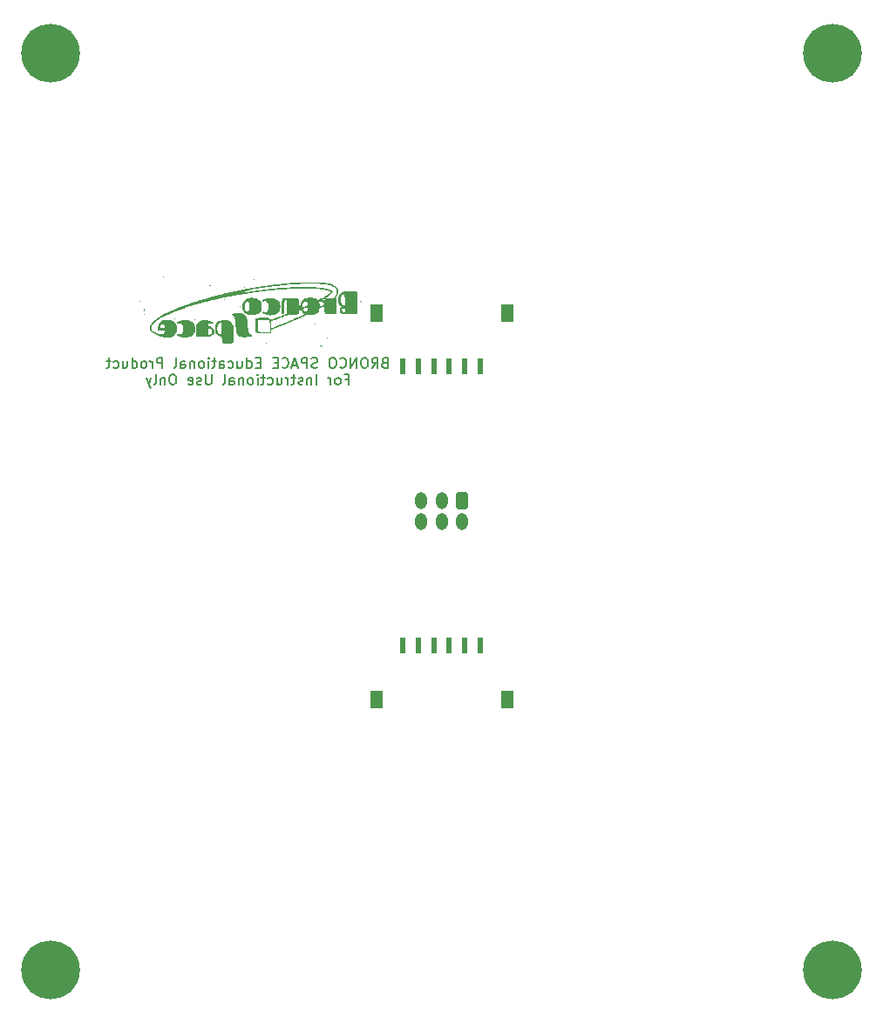
<source format=gbr>
%TF.GenerationSoftware,KiCad,Pcbnew,9.0.0*%
%TF.CreationDate,2025-09-01T12:08:50-07:00*%
%TF.ProjectId,XY_Faces_V3,58595f46-6163-4657-935f-56332e6b6963,3.0*%
%TF.SameCoordinates,Original*%
%TF.FileFunction,Soldermask,Bot*%
%TF.FilePolarity,Negative*%
%FSLAX46Y46*%
G04 Gerber Fmt 4.6, Leading zero omitted, Abs format (unit mm)*
G04 Created by KiCad (PCBNEW 9.0.0) date 2025-09-01 12:08:50*
%MOMM*%
%LPD*%
G01*
G04 APERTURE LIST*
G04 Aperture macros list*
%AMRoundRect*
0 Rectangle with rounded corners*
0 $1 Rounding radius*
0 $2 $3 $4 $5 $6 $7 $8 $9 X,Y pos of 4 corners*
0 Add a 4 corners polygon primitive as box body*
4,1,4,$2,$3,$4,$5,$6,$7,$8,$9,$2,$3,0*
0 Add four circle primitives for the rounded corners*
1,1,$1+$1,$2,$3*
1,1,$1+$1,$4,$5*
1,1,$1+$1,$6,$7*
1,1,$1+$1,$8,$9*
0 Add four rect primitives between the rounded corners*
20,1,$1+$1,$2,$3,$4,$5,0*
20,1,$1+$1,$4,$5,$6,$7,0*
20,1,$1+$1,$6,$7,$8,$9,0*
20,1,$1+$1,$8,$9,$2,$3,0*%
G04 Aperture macros list end*
%ADD10C,0.150000*%
%ADD11C,0.000000*%
%ADD12R,1.250000X1.800000*%
%ADD13R,0.600000X1.500000*%
%ADD14C,5.700000*%
%ADD15RoundRect,0.250000X0.350000X0.575000X-0.350000X0.575000X-0.350000X-0.575000X0.350000X-0.575000X0*%
%ADD16O,1.200000X1.650000*%
G04 APERTURE END LIST*
D10*
X138961906Y-100326037D02*
X138819049Y-100373656D01*
X138819049Y-100373656D02*
X138771430Y-100421275D01*
X138771430Y-100421275D02*
X138723811Y-100516513D01*
X138723811Y-100516513D02*
X138723811Y-100659370D01*
X138723811Y-100659370D02*
X138771430Y-100754608D01*
X138771430Y-100754608D02*
X138819049Y-100802228D01*
X138819049Y-100802228D02*
X138914287Y-100849847D01*
X138914287Y-100849847D02*
X139295239Y-100849847D01*
X139295239Y-100849847D02*
X139295239Y-99849847D01*
X139295239Y-99849847D02*
X138961906Y-99849847D01*
X138961906Y-99849847D02*
X138866668Y-99897466D01*
X138866668Y-99897466D02*
X138819049Y-99945085D01*
X138819049Y-99945085D02*
X138771430Y-100040323D01*
X138771430Y-100040323D02*
X138771430Y-100135561D01*
X138771430Y-100135561D02*
X138819049Y-100230799D01*
X138819049Y-100230799D02*
X138866668Y-100278418D01*
X138866668Y-100278418D02*
X138961906Y-100326037D01*
X138961906Y-100326037D02*
X139295239Y-100326037D01*
X137723811Y-100849847D02*
X138057144Y-100373656D01*
X138295239Y-100849847D02*
X138295239Y-99849847D01*
X138295239Y-99849847D02*
X137914287Y-99849847D01*
X137914287Y-99849847D02*
X137819049Y-99897466D01*
X137819049Y-99897466D02*
X137771430Y-99945085D01*
X137771430Y-99945085D02*
X137723811Y-100040323D01*
X137723811Y-100040323D02*
X137723811Y-100183180D01*
X137723811Y-100183180D02*
X137771430Y-100278418D01*
X137771430Y-100278418D02*
X137819049Y-100326037D01*
X137819049Y-100326037D02*
X137914287Y-100373656D01*
X137914287Y-100373656D02*
X138295239Y-100373656D01*
X137104763Y-99849847D02*
X136914287Y-99849847D01*
X136914287Y-99849847D02*
X136819049Y-99897466D01*
X136819049Y-99897466D02*
X136723811Y-99992704D01*
X136723811Y-99992704D02*
X136676192Y-100183180D01*
X136676192Y-100183180D02*
X136676192Y-100516513D01*
X136676192Y-100516513D02*
X136723811Y-100706989D01*
X136723811Y-100706989D02*
X136819049Y-100802228D01*
X136819049Y-100802228D02*
X136914287Y-100849847D01*
X136914287Y-100849847D02*
X137104763Y-100849847D01*
X137104763Y-100849847D02*
X137200001Y-100802228D01*
X137200001Y-100802228D02*
X137295239Y-100706989D01*
X137295239Y-100706989D02*
X137342858Y-100516513D01*
X137342858Y-100516513D02*
X137342858Y-100183180D01*
X137342858Y-100183180D02*
X137295239Y-99992704D01*
X137295239Y-99992704D02*
X137200001Y-99897466D01*
X137200001Y-99897466D02*
X137104763Y-99849847D01*
X136247620Y-100849847D02*
X136247620Y-99849847D01*
X136247620Y-99849847D02*
X135676192Y-100849847D01*
X135676192Y-100849847D02*
X135676192Y-99849847D01*
X134628573Y-100754608D02*
X134676192Y-100802228D01*
X134676192Y-100802228D02*
X134819049Y-100849847D01*
X134819049Y-100849847D02*
X134914287Y-100849847D01*
X134914287Y-100849847D02*
X135057144Y-100802228D01*
X135057144Y-100802228D02*
X135152382Y-100706989D01*
X135152382Y-100706989D02*
X135200001Y-100611751D01*
X135200001Y-100611751D02*
X135247620Y-100421275D01*
X135247620Y-100421275D02*
X135247620Y-100278418D01*
X135247620Y-100278418D02*
X135200001Y-100087942D01*
X135200001Y-100087942D02*
X135152382Y-99992704D01*
X135152382Y-99992704D02*
X135057144Y-99897466D01*
X135057144Y-99897466D02*
X134914287Y-99849847D01*
X134914287Y-99849847D02*
X134819049Y-99849847D01*
X134819049Y-99849847D02*
X134676192Y-99897466D01*
X134676192Y-99897466D02*
X134628573Y-99945085D01*
X134009525Y-99849847D02*
X133819049Y-99849847D01*
X133819049Y-99849847D02*
X133723811Y-99897466D01*
X133723811Y-99897466D02*
X133628573Y-99992704D01*
X133628573Y-99992704D02*
X133580954Y-100183180D01*
X133580954Y-100183180D02*
X133580954Y-100516513D01*
X133580954Y-100516513D02*
X133628573Y-100706989D01*
X133628573Y-100706989D02*
X133723811Y-100802228D01*
X133723811Y-100802228D02*
X133819049Y-100849847D01*
X133819049Y-100849847D02*
X134009525Y-100849847D01*
X134009525Y-100849847D02*
X134104763Y-100802228D01*
X134104763Y-100802228D02*
X134200001Y-100706989D01*
X134200001Y-100706989D02*
X134247620Y-100516513D01*
X134247620Y-100516513D02*
X134247620Y-100183180D01*
X134247620Y-100183180D02*
X134200001Y-99992704D01*
X134200001Y-99992704D02*
X134104763Y-99897466D01*
X134104763Y-99897466D02*
X134009525Y-99849847D01*
X132438096Y-100802228D02*
X132295239Y-100849847D01*
X132295239Y-100849847D02*
X132057144Y-100849847D01*
X132057144Y-100849847D02*
X131961906Y-100802228D01*
X131961906Y-100802228D02*
X131914287Y-100754608D01*
X131914287Y-100754608D02*
X131866668Y-100659370D01*
X131866668Y-100659370D02*
X131866668Y-100564132D01*
X131866668Y-100564132D02*
X131914287Y-100468894D01*
X131914287Y-100468894D02*
X131961906Y-100421275D01*
X131961906Y-100421275D02*
X132057144Y-100373656D01*
X132057144Y-100373656D02*
X132247620Y-100326037D01*
X132247620Y-100326037D02*
X132342858Y-100278418D01*
X132342858Y-100278418D02*
X132390477Y-100230799D01*
X132390477Y-100230799D02*
X132438096Y-100135561D01*
X132438096Y-100135561D02*
X132438096Y-100040323D01*
X132438096Y-100040323D02*
X132390477Y-99945085D01*
X132390477Y-99945085D02*
X132342858Y-99897466D01*
X132342858Y-99897466D02*
X132247620Y-99849847D01*
X132247620Y-99849847D02*
X132009525Y-99849847D01*
X132009525Y-99849847D02*
X131866668Y-99897466D01*
X131438096Y-100849847D02*
X131438096Y-99849847D01*
X131438096Y-99849847D02*
X131057144Y-99849847D01*
X131057144Y-99849847D02*
X130961906Y-99897466D01*
X130961906Y-99897466D02*
X130914287Y-99945085D01*
X130914287Y-99945085D02*
X130866668Y-100040323D01*
X130866668Y-100040323D02*
X130866668Y-100183180D01*
X130866668Y-100183180D02*
X130914287Y-100278418D01*
X130914287Y-100278418D02*
X130961906Y-100326037D01*
X130961906Y-100326037D02*
X131057144Y-100373656D01*
X131057144Y-100373656D02*
X131438096Y-100373656D01*
X130485715Y-100564132D02*
X130009525Y-100564132D01*
X130580953Y-100849847D02*
X130247620Y-99849847D01*
X130247620Y-99849847D02*
X129914287Y-100849847D01*
X129009525Y-100754608D02*
X129057144Y-100802228D01*
X129057144Y-100802228D02*
X129200001Y-100849847D01*
X129200001Y-100849847D02*
X129295239Y-100849847D01*
X129295239Y-100849847D02*
X129438096Y-100802228D01*
X129438096Y-100802228D02*
X129533334Y-100706989D01*
X129533334Y-100706989D02*
X129580953Y-100611751D01*
X129580953Y-100611751D02*
X129628572Y-100421275D01*
X129628572Y-100421275D02*
X129628572Y-100278418D01*
X129628572Y-100278418D02*
X129580953Y-100087942D01*
X129580953Y-100087942D02*
X129533334Y-99992704D01*
X129533334Y-99992704D02*
X129438096Y-99897466D01*
X129438096Y-99897466D02*
X129295239Y-99849847D01*
X129295239Y-99849847D02*
X129200001Y-99849847D01*
X129200001Y-99849847D02*
X129057144Y-99897466D01*
X129057144Y-99897466D02*
X129009525Y-99945085D01*
X128580953Y-100326037D02*
X128247620Y-100326037D01*
X128104763Y-100849847D02*
X128580953Y-100849847D01*
X128580953Y-100849847D02*
X128580953Y-99849847D01*
X128580953Y-99849847D02*
X128104763Y-99849847D01*
X126914286Y-100326037D02*
X126580953Y-100326037D01*
X126438096Y-100849847D02*
X126914286Y-100849847D01*
X126914286Y-100849847D02*
X126914286Y-99849847D01*
X126914286Y-99849847D02*
X126438096Y-99849847D01*
X125580953Y-100849847D02*
X125580953Y-99849847D01*
X125580953Y-100802228D02*
X125676191Y-100849847D01*
X125676191Y-100849847D02*
X125866667Y-100849847D01*
X125866667Y-100849847D02*
X125961905Y-100802228D01*
X125961905Y-100802228D02*
X126009524Y-100754608D01*
X126009524Y-100754608D02*
X126057143Y-100659370D01*
X126057143Y-100659370D02*
X126057143Y-100373656D01*
X126057143Y-100373656D02*
X126009524Y-100278418D01*
X126009524Y-100278418D02*
X125961905Y-100230799D01*
X125961905Y-100230799D02*
X125866667Y-100183180D01*
X125866667Y-100183180D02*
X125676191Y-100183180D01*
X125676191Y-100183180D02*
X125580953Y-100230799D01*
X124676191Y-100183180D02*
X124676191Y-100849847D01*
X125104762Y-100183180D02*
X125104762Y-100706989D01*
X125104762Y-100706989D02*
X125057143Y-100802228D01*
X125057143Y-100802228D02*
X124961905Y-100849847D01*
X124961905Y-100849847D02*
X124819048Y-100849847D01*
X124819048Y-100849847D02*
X124723810Y-100802228D01*
X124723810Y-100802228D02*
X124676191Y-100754608D01*
X123771429Y-100802228D02*
X123866667Y-100849847D01*
X123866667Y-100849847D02*
X124057143Y-100849847D01*
X124057143Y-100849847D02*
X124152381Y-100802228D01*
X124152381Y-100802228D02*
X124200000Y-100754608D01*
X124200000Y-100754608D02*
X124247619Y-100659370D01*
X124247619Y-100659370D02*
X124247619Y-100373656D01*
X124247619Y-100373656D02*
X124200000Y-100278418D01*
X124200000Y-100278418D02*
X124152381Y-100230799D01*
X124152381Y-100230799D02*
X124057143Y-100183180D01*
X124057143Y-100183180D02*
X123866667Y-100183180D01*
X123866667Y-100183180D02*
X123771429Y-100230799D01*
X122914286Y-100849847D02*
X122914286Y-100326037D01*
X122914286Y-100326037D02*
X122961905Y-100230799D01*
X122961905Y-100230799D02*
X123057143Y-100183180D01*
X123057143Y-100183180D02*
X123247619Y-100183180D01*
X123247619Y-100183180D02*
X123342857Y-100230799D01*
X122914286Y-100802228D02*
X123009524Y-100849847D01*
X123009524Y-100849847D02*
X123247619Y-100849847D01*
X123247619Y-100849847D02*
X123342857Y-100802228D01*
X123342857Y-100802228D02*
X123390476Y-100706989D01*
X123390476Y-100706989D02*
X123390476Y-100611751D01*
X123390476Y-100611751D02*
X123342857Y-100516513D01*
X123342857Y-100516513D02*
X123247619Y-100468894D01*
X123247619Y-100468894D02*
X123009524Y-100468894D01*
X123009524Y-100468894D02*
X122914286Y-100421275D01*
X122580952Y-100183180D02*
X122200000Y-100183180D01*
X122438095Y-99849847D02*
X122438095Y-100706989D01*
X122438095Y-100706989D02*
X122390476Y-100802228D01*
X122390476Y-100802228D02*
X122295238Y-100849847D01*
X122295238Y-100849847D02*
X122200000Y-100849847D01*
X121866666Y-100849847D02*
X121866666Y-100183180D01*
X121866666Y-99849847D02*
X121914285Y-99897466D01*
X121914285Y-99897466D02*
X121866666Y-99945085D01*
X121866666Y-99945085D02*
X121819047Y-99897466D01*
X121819047Y-99897466D02*
X121866666Y-99849847D01*
X121866666Y-99849847D02*
X121866666Y-99945085D01*
X121247619Y-100849847D02*
X121342857Y-100802228D01*
X121342857Y-100802228D02*
X121390476Y-100754608D01*
X121390476Y-100754608D02*
X121438095Y-100659370D01*
X121438095Y-100659370D02*
X121438095Y-100373656D01*
X121438095Y-100373656D02*
X121390476Y-100278418D01*
X121390476Y-100278418D02*
X121342857Y-100230799D01*
X121342857Y-100230799D02*
X121247619Y-100183180D01*
X121247619Y-100183180D02*
X121104762Y-100183180D01*
X121104762Y-100183180D02*
X121009524Y-100230799D01*
X121009524Y-100230799D02*
X120961905Y-100278418D01*
X120961905Y-100278418D02*
X120914286Y-100373656D01*
X120914286Y-100373656D02*
X120914286Y-100659370D01*
X120914286Y-100659370D02*
X120961905Y-100754608D01*
X120961905Y-100754608D02*
X121009524Y-100802228D01*
X121009524Y-100802228D02*
X121104762Y-100849847D01*
X121104762Y-100849847D02*
X121247619Y-100849847D01*
X120485714Y-100183180D02*
X120485714Y-100849847D01*
X120485714Y-100278418D02*
X120438095Y-100230799D01*
X120438095Y-100230799D02*
X120342857Y-100183180D01*
X120342857Y-100183180D02*
X120200000Y-100183180D01*
X120200000Y-100183180D02*
X120104762Y-100230799D01*
X120104762Y-100230799D02*
X120057143Y-100326037D01*
X120057143Y-100326037D02*
X120057143Y-100849847D01*
X119152381Y-100849847D02*
X119152381Y-100326037D01*
X119152381Y-100326037D02*
X119200000Y-100230799D01*
X119200000Y-100230799D02*
X119295238Y-100183180D01*
X119295238Y-100183180D02*
X119485714Y-100183180D01*
X119485714Y-100183180D02*
X119580952Y-100230799D01*
X119152381Y-100802228D02*
X119247619Y-100849847D01*
X119247619Y-100849847D02*
X119485714Y-100849847D01*
X119485714Y-100849847D02*
X119580952Y-100802228D01*
X119580952Y-100802228D02*
X119628571Y-100706989D01*
X119628571Y-100706989D02*
X119628571Y-100611751D01*
X119628571Y-100611751D02*
X119580952Y-100516513D01*
X119580952Y-100516513D02*
X119485714Y-100468894D01*
X119485714Y-100468894D02*
X119247619Y-100468894D01*
X119247619Y-100468894D02*
X119152381Y-100421275D01*
X118533333Y-100849847D02*
X118628571Y-100802228D01*
X118628571Y-100802228D02*
X118676190Y-100706989D01*
X118676190Y-100706989D02*
X118676190Y-99849847D01*
X117390475Y-100849847D02*
X117390475Y-99849847D01*
X117390475Y-99849847D02*
X117009523Y-99849847D01*
X117009523Y-99849847D02*
X116914285Y-99897466D01*
X116914285Y-99897466D02*
X116866666Y-99945085D01*
X116866666Y-99945085D02*
X116819047Y-100040323D01*
X116819047Y-100040323D02*
X116819047Y-100183180D01*
X116819047Y-100183180D02*
X116866666Y-100278418D01*
X116866666Y-100278418D02*
X116914285Y-100326037D01*
X116914285Y-100326037D02*
X117009523Y-100373656D01*
X117009523Y-100373656D02*
X117390475Y-100373656D01*
X116390475Y-100849847D02*
X116390475Y-100183180D01*
X116390475Y-100373656D02*
X116342856Y-100278418D01*
X116342856Y-100278418D02*
X116295237Y-100230799D01*
X116295237Y-100230799D02*
X116199999Y-100183180D01*
X116199999Y-100183180D02*
X116104761Y-100183180D01*
X115628570Y-100849847D02*
X115723808Y-100802228D01*
X115723808Y-100802228D02*
X115771427Y-100754608D01*
X115771427Y-100754608D02*
X115819046Y-100659370D01*
X115819046Y-100659370D02*
X115819046Y-100373656D01*
X115819046Y-100373656D02*
X115771427Y-100278418D01*
X115771427Y-100278418D02*
X115723808Y-100230799D01*
X115723808Y-100230799D02*
X115628570Y-100183180D01*
X115628570Y-100183180D02*
X115485713Y-100183180D01*
X115485713Y-100183180D02*
X115390475Y-100230799D01*
X115390475Y-100230799D02*
X115342856Y-100278418D01*
X115342856Y-100278418D02*
X115295237Y-100373656D01*
X115295237Y-100373656D02*
X115295237Y-100659370D01*
X115295237Y-100659370D02*
X115342856Y-100754608D01*
X115342856Y-100754608D02*
X115390475Y-100802228D01*
X115390475Y-100802228D02*
X115485713Y-100849847D01*
X115485713Y-100849847D02*
X115628570Y-100849847D01*
X114438094Y-100849847D02*
X114438094Y-99849847D01*
X114438094Y-100802228D02*
X114533332Y-100849847D01*
X114533332Y-100849847D02*
X114723808Y-100849847D01*
X114723808Y-100849847D02*
X114819046Y-100802228D01*
X114819046Y-100802228D02*
X114866665Y-100754608D01*
X114866665Y-100754608D02*
X114914284Y-100659370D01*
X114914284Y-100659370D02*
X114914284Y-100373656D01*
X114914284Y-100373656D02*
X114866665Y-100278418D01*
X114866665Y-100278418D02*
X114819046Y-100230799D01*
X114819046Y-100230799D02*
X114723808Y-100183180D01*
X114723808Y-100183180D02*
X114533332Y-100183180D01*
X114533332Y-100183180D02*
X114438094Y-100230799D01*
X113533332Y-100183180D02*
X113533332Y-100849847D01*
X113961903Y-100183180D02*
X113961903Y-100706989D01*
X113961903Y-100706989D02*
X113914284Y-100802228D01*
X113914284Y-100802228D02*
X113819046Y-100849847D01*
X113819046Y-100849847D02*
X113676189Y-100849847D01*
X113676189Y-100849847D02*
X113580951Y-100802228D01*
X113580951Y-100802228D02*
X113533332Y-100754608D01*
X112628570Y-100802228D02*
X112723808Y-100849847D01*
X112723808Y-100849847D02*
X112914284Y-100849847D01*
X112914284Y-100849847D02*
X113009522Y-100802228D01*
X113009522Y-100802228D02*
X113057141Y-100754608D01*
X113057141Y-100754608D02*
X113104760Y-100659370D01*
X113104760Y-100659370D02*
X113104760Y-100373656D01*
X113104760Y-100373656D02*
X113057141Y-100278418D01*
X113057141Y-100278418D02*
X113009522Y-100230799D01*
X113009522Y-100230799D02*
X112914284Y-100183180D01*
X112914284Y-100183180D02*
X112723808Y-100183180D01*
X112723808Y-100183180D02*
X112628570Y-100230799D01*
X112342855Y-100183180D02*
X111961903Y-100183180D01*
X112199998Y-99849847D02*
X112199998Y-100706989D01*
X112199998Y-100706989D02*
X112152379Y-100802228D01*
X112152379Y-100802228D02*
X112057141Y-100849847D01*
X112057141Y-100849847D02*
X111961903Y-100849847D01*
X135152382Y-101935981D02*
X135485715Y-101935981D01*
X135485715Y-102459791D02*
X135485715Y-101459791D01*
X135485715Y-101459791D02*
X135009525Y-101459791D01*
X134485715Y-102459791D02*
X134580953Y-102412172D01*
X134580953Y-102412172D02*
X134628572Y-102364552D01*
X134628572Y-102364552D02*
X134676191Y-102269314D01*
X134676191Y-102269314D02*
X134676191Y-101983600D01*
X134676191Y-101983600D02*
X134628572Y-101888362D01*
X134628572Y-101888362D02*
X134580953Y-101840743D01*
X134580953Y-101840743D02*
X134485715Y-101793124D01*
X134485715Y-101793124D02*
X134342858Y-101793124D01*
X134342858Y-101793124D02*
X134247620Y-101840743D01*
X134247620Y-101840743D02*
X134200001Y-101888362D01*
X134200001Y-101888362D02*
X134152382Y-101983600D01*
X134152382Y-101983600D02*
X134152382Y-102269314D01*
X134152382Y-102269314D02*
X134200001Y-102364552D01*
X134200001Y-102364552D02*
X134247620Y-102412172D01*
X134247620Y-102412172D02*
X134342858Y-102459791D01*
X134342858Y-102459791D02*
X134485715Y-102459791D01*
X133723810Y-102459791D02*
X133723810Y-101793124D01*
X133723810Y-101983600D02*
X133676191Y-101888362D01*
X133676191Y-101888362D02*
X133628572Y-101840743D01*
X133628572Y-101840743D02*
X133533334Y-101793124D01*
X133533334Y-101793124D02*
X133438096Y-101793124D01*
X132342857Y-102459791D02*
X132342857Y-101459791D01*
X131866667Y-101793124D02*
X131866667Y-102459791D01*
X131866667Y-101888362D02*
X131819048Y-101840743D01*
X131819048Y-101840743D02*
X131723810Y-101793124D01*
X131723810Y-101793124D02*
X131580953Y-101793124D01*
X131580953Y-101793124D02*
X131485715Y-101840743D01*
X131485715Y-101840743D02*
X131438096Y-101935981D01*
X131438096Y-101935981D02*
X131438096Y-102459791D01*
X131009524Y-102412172D02*
X130914286Y-102459791D01*
X130914286Y-102459791D02*
X130723810Y-102459791D01*
X130723810Y-102459791D02*
X130628572Y-102412172D01*
X130628572Y-102412172D02*
X130580953Y-102316933D01*
X130580953Y-102316933D02*
X130580953Y-102269314D01*
X130580953Y-102269314D02*
X130628572Y-102174076D01*
X130628572Y-102174076D02*
X130723810Y-102126457D01*
X130723810Y-102126457D02*
X130866667Y-102126457D01*
X130866667Y-102126457D02*
X130961905Y-102078838D01*
X130961905Y-102078838D02*
X131009524Y-101983600D01*
X131009524Y-101983600D02*
X131009524Y-101935981D01*
X131009524Y-101935981D02*
X130961905Y-101840743D01*
X130961905Y-101840743D02*
X130866667Y-101793124D01*
X130866667Y-101793124D02*
X130723810Y-101793124D01*
X130723810Y-101793124D02*
X130628572Y-101840743D01*
X130295238Y-101793124D02*
X129914286Y-101793124D01*
X130152381Y-101459791D02*
X130152381Y-102316933D01*
X130152381Y-102316933D02*
X130104762Y-102412172D01*
X130104762Y-102412172D02*
X130009524Y-102459791D01*
X130009524Y-102459791D02*
X129914286Y-102459791D01*
X129580952Y-102459791D02*
X129580952Y-101793124D01*
X129580952Y-101983600D02*
X129533333Y-101888362D01*
X129533333Y-101888362D02*
X129485714Y-101840743D01*
X129485714Y-101840743D02*
X129390476Y-101793124D01*
X129390476Y-101793124D02*
X129295238Y-101793124D01*
X128533333Y-101793124D02*
X128533333Y-102459791D01*
X128961904Y-101793124D02*
X128961904Y-102316933D01*
X128961904Y-102316933D02*
X128914285Y-102412172D01*
X128914285Y-102412172D02*
X128819047Y-102459791D01*
X128819047Y-102459791D02*
X128676190Y-102459791D01*
X128676190Y-102459791D02*
X128580952Y-102412172D01*
X128580952Y-102412172D02*
X128533333Y-102364552D01*
X127628571Y-102412172D02*
X127723809Y-102459791D01*
X127723809Y-102459791D02*
X127914285Y-102459791D01*
X127914285Y-102459791D02*
X128009523Y-102412172D01*
X128009523Y-102412172D02*
X128057142Y-102364552D01*
X128057142Y-102364552D02*
X128104761Y-102269314D01*
X128104761Y-102269314D02*
X128104761Y-101983600D01*
X128104761Y-101983600D02*
X128057142Y-101888362D01*
X128057142Y-101888362D02*
X128009523Y-101840743D01*
X128009523Y-101840743D02*
X127914285Y-101793124D01*
X127914285Y-101793124D02*
X127723809Y-101793124D01*
X127723809Y-101793124D02*
X127628571Y-101840743D01*
X127342856Y-101793124D02*
X126961904Y-101793124D01*
X127199999Y-101459791D02*
X127199999Y-102316933D01*
X127199999Y-102316933D02*
X127152380Y-102412172D01*
X127152380Y-102412172D02*
X127057142Y-102459791D01*
X127057142Y-102459791D02*
X126961904Y-102459791D01*
X126628570Y-102459791D02*
X126628570Y-101793124D01*
X126628570Y-101459791D02*
X126676189Y-101507410D01*
X126676189Y-101507410D02*
X126628570Y-101555029D01*
X126628570Y-101555029D02*
X126580951Y-101507410D01*
X126580951Y-101507410D02*
X126628570Y-101459791D01*
X126628570Y-101459791D02*
X126628570Y-101555029D01*
X126009523Y-102459791D02*
X126104761Y-102412172D01*
X126104761Y-102412172D02*
X126152380Y-102364552D01*
X126152380Y-102364552D02*
X126199999Y-102269314D01*
X126199999Y-102269314D02*
X126199999Y-101983600D01*
X126199999Y-101983600D02*
X126152380Y-101888362D01*
X126152380Y-101888362D02*
X126104761Y-101840743D01*
X126104761Y-101840743D02*
X126009523Y-101793124D01*
X126009523Y-101793124D02*
X125866666Y-101793124D01*
X125866666Y-101793124D02*
X125771428Y-101840743D01*
X125771428Y-101840743D02*
X125723809Y-101888362D01*
X125723809Y-101888362D02*
X125676190Y-101983600D01*
X125676190Y-101983600D02*
X125676190Y-102269314D01*
X125676190Y-102269314D02*
X125723809Y-102364552D01*
X125723809Y-102364552D02*
X125771428Y-102412172D01*
X125771428Y-102412172D02*
X125866666Y-102459791D01*
X125866666Y-102459791D02*
X126009523Y-102459791D01*
X125247618Y-101793124D02*
X125247618Y-102459791D01*
X125247618Y-101888362D02*
X125199999Y-101840743D01*
X125199999Y-101840743D02*
X125104761Y-101793124D01*
X125104761Y-101793124D02*
X124961904Y-101793124D01*
X124961904Y-101793124D02*
X124866666Y-101840743D01*
X124866666Y-101840743D02*
X124819047Y-101935981D01*
X124819047Y-101935981D02*
X124819047Y-102459791D01*
X123914285Y-102459791D02*
X123914285Y-101935981D01*
X123914285Y-101935981D02*
X123961904Y-101840743D01*
X123961904Y-101840743D02*
X124057142Y-101793124D01*
X124057142Y-101793124D02*
X124247618Y-101793124D01*
X124247618Y-101793124D02*
X124342856Y-101840743D01*
X123914285Y-102412172D02*
X124009523Y-102459791D01*
X124009523Y-102459791D02*
X124247618Y-102459791D01*
X124247618Y-102459791D02*
X124342856Y-102412172D01*
X124342856Y-102412172D02*
X124390475Y-102316933D01*
X124390475Y-102316933D02*
X124390475Y-102221695D01*
X124390475Y-102221695D02*
X124342856Y-102126457D01*
X124342856Y-102126457D02*
X124247618Y-102078838D01*
X124247618Y-102078838D02*
X124009523Y-102078838D01*
X124009523Y-102078838D02*
X123914285Y-102031219D01*
X123295237Y-102459791D02*
X123390475Y-102412172D01*
X123390475Y-102412172D02*
X123438094Y-102316933D01*
X123438094Y-102316933D02*
X123438094Y-101459791D01*
X122152379Y-101459791D02*
X122152379Y-102269314D01*
X122152379Y-102269314D02*
X122104760Y-102364552D01*
X122104760Y-102364552D02*
X122057141Y-102412172D01*
X122057141Y-102412172D02*
X121961903Y-102459791D01*
X121961903Y-102459791D02*
X121771427Y-102459791D01*
X121771427Y-102459791D02*
X121676189Y-102412172D01*
X121676189Y-102412172D02*
X121628570Y-102364552D01*
X121628570Y-102364552D02*
X121580951Y-102269314D01*
X121580951Y-102269314D02*
X121580951Y-101459791D01*
X121152379Y-102412172D02*
X121057141Y-102459791D01*
X121057141Y-102459791D02*
X120866665Y-102459791D01*
X120866665Y-102459791D02*
X120771427Y-102412172D01*
X120771427Y-102412172D02*
X120723808Y-102316933D01*
X120723808Y-102316933D02*
X120723808Y-102269314D01*
X120723808Y-102269314D02*
X120771427Y-102174076D01*
X120771427Y-102174076D02*
X120866665Y-102126457D01*
X120866665Y-102126457D02*
X121009522Y-102126457D01*
X121009522Y-102126457D02*
X121104760Y-102078838D01*
X121104760Y-102078838D02*
X121152379Y-101983600D01*
X121152379Y-101983600D02*
X121152379Y-101935981D01*
X121152379Y-101935981D02*
X121104760Y-101840743D01*
X121104760Y-101840743D02*
X121009522Y-101793124D01*
X121009522Y-101793124D02*
X120866665Y-101793124D01*
X120866665Y-101793124D02*
X120771427Y-101840743D01*
X119914284Y-102412172D02*
X120009522Y-102459791D01*
X120009522Y-102459791D02*
X120199998Y-102459791D01*
X120199998Y-102459791D02*
X120295236Y-102412172D01*
X120295236Y-102412172D02*
X120342855Y-102316933D01*
X120342855Y-102316933D02*
X120342855Y-101935981D01*
X120342855Y-101935981D02*
X120295236Y-101840743D01*
X120295236Y-101840743D02*
X120199998Y-101793124D01*
X120199998Y-101793124D02*
X120009522Y-101793124D01*
X120009522Y-101793124D02*
X119914284Y-101840743D01*
X119914284Y-101840743D02*
X119866665Y-101935981D01*
X119866665Y-101935981D02*
X119866665Y-102031219D01*
X119866665Y-102031219D02*
X120342855Y-102126457D01*
X118485712Y-101459791D02*
X118295236Y-101459791D01*
X118295236Y-101459791D02*
X118199998Y-101507410D01*
X118199998Y-101507410D02*
X118104760Y-101602648D01*
X118104760Y-101602648D02*
X118057141Y-101793124D01*
X118057141Y-101793124D02*
X118057141Y-102126457D01*
X118057141Y-102126457D02*
X118104760Y-102316933D01*
X118104760Y-102316933D02*
X118199998Y-102412172D01*
X118199998Y-102412172D02*
X118295236Y-102459791D01*
X118295236Y-102459791D02*
X118485712Y-102459791D01*
X118485712Y-102459791D02*
X118580950Y-102412172D01*
X118580950Y-102412172D02*
X118676188Y-102316933D01*
X118676188Y-102316933D02*
X118723807Y-102126457D01*
X118723807Y-102126457D02*
X118723807Y-101793124D01*
X118723807Y-101793124D02*
X118676188Y-101602648D01*
X118676188Y-101602648D02*
X118580950Y-101507410D01*
X118580950Y-101507410D02*
X118485712Y-101459791D01*
X117628569Y-101793124D02*
X117628569Y-102459791D01*
X117628569Y-101888362D02*
X117580950Y-101840743D01*
X117580950Y-101840743D02*
X117485712Y-101793124D01*
X117485712Y-101793124D02*
X117342855Y-101793124D01*
X117342855Y-101793124D02*
X117247617Y-101840743D01*
X117247617Y-101840743D02*
X117199998Y-101935981D01*
X117199998Y-101935981D02*
X117199998Y-102459791D01*
X116580950Y-102459791D02*
X116676188Y-102412172D01*
X116676188Y-102412172D02*
X116723807Y-102316933D01*
X116723807Y-102316933D02*
X116723807Y-101459791D01*
X116295235Y-101793124D02*
X116057140Y-102459791D01*
X115819045Y-101793124D02*
X116057140Y-102459791D01*
X116057140Y-102459791D02*
X116152378Y-102697886D01*
X116152378Y-102697886D02*
X116199997Y-102745505D01*
X116199997Y-102745505D02*
X116295235Y-102793124D01*
D11*
%TO.C,G\u002A\u002A\u002A*%
G36*
X115204737Y-94363947D02*
G01*
X115193596Y-94375088D01*
X115182456Y-94363947D01*
X115193596Y-94352807D01*
X115204737Y-94363947D01*
G37*
G36*
X122579649Y-93272193D02*
G01*
X122568509Y-93283333D01*
X122557368Y-93272193D01*
X122568509Y-93261053D01*
X122579649Y-93272193D01*
G37*
G36*
X123894210Y-94497632D02*
G01*
X123883070Y-94508772D01*
X123871930Y-94497632D01*
X123883070Y-94486491D01*
X123894210Y-94497632D01*
G37*
G36*
X124072456Y-92447807D02*
G01*
X124061316Y-92458947D01*
X124050175Y-92447807D01*
X124061316Y-92436667D01*
X124072456Y-92447807D01*
G37*
G36*
X126322807Y-96012719D02*
G01*
X126311666Y-96023860D01*
X126300526Y-96012719D01*
X126311666Y-96001579D01*
X126322807Y-96012719D01*
G37*
G36*
X127214035Y-98708684D02*
G01*
X127202895Y-98719825D01*
X127191754Y-98708684D01*
X127202895Y-98697544D01*
X127214035Y-98708684D01*
G37*
G36*
X127525965Y-98641842D02*
G01*
X127514824Y-98652982D01*
X127503684Y-98641842D01*
X127514824Y-98630702D01*
X127525965Y-98641842D01*
G37*
G36*
X127726491Y-97817456D02*
G01*
X127715351Y-97828596D01*
X127704210Y-97817456D01*
X127715351Y-97806316D01*
X127726491Y-97817456D01*
G37*
G36*
X127771052Y-98686403D02*
G01*
X127759912Y-98697544D01*
X127748772Y-98686403D01*
X127759912Y-98675263D01*
X127771052Y-98686403D01*
G37*
G36*
X130288772Y-98641842D02*
G01*
X130277631Y-98652982D01*
X130266491Y-98641842D01*
X130277631Y-98630702D01*
X130288772Y-98641842D01*
G37*
G36*
X134254737Y-93428158D02*
G01*
X134243596Y-93439298D01*
X134232456Y-93428158D01*
X134243596Y-93417018D01*
X134254737Y-93428158D01*
G37*
G36*
X135324210Y-97928860D02*
G01*
X135313070Y-97940000D01*
X135301930Y-97928860D01*
X135313070Y-97917719D01*
X135324210Y-97928860D01*
G37*
G36*
X136594210Y-91935351D02*
G01*
X136583070Y-91946491D01*
X136571930Y-91935351D01*
X136583070Y-91924211D01*
X136594210Y-91935351D01*
G37*
G36*
X136616491Y-92069035D02*
G01*
X136605351Y-92080175D01*
X136594210Y-92069035D01*
X136605351Y-92057895D01*
X136616491Y-92069035D01*
G37*
G36*
X115175029Y-93402164D02*
G01*
X115178515Y-93408865D01*
X115160175Y-93417018D01*
X115148380Y-93415410D01*
X115145321Y-93402164D01*
X115148587Y-93399497D01*
X115175029Y-93402164D01*
G37*
G36*
X123062397Y-95117778D02*
G01*
X123065883Y-95124479D01*
X123047544Y-95132632D01*
X123035748Y-95131024D01*
X123032690Y-95117778D01*
X123035956Y-95115111D01*
X123062397Y-95117778D01*
G37*
G36*
X126237862Y-95964078D02*
G01*
X126248175Y-95972098D01*
X126224400Y-95977539D01*
X126201802Y-95975964D01*
X126195157Y-95965837D01*
X126203040Y-95961422D01*
X126237862Y-95964078D01*
G37*
G36*
X126835263Y-97137895D02*
G01*
X126833655Y-97149690D01*
X126820409Y-97152749D01*
X126817743Y-97149483D01*
X126820409Y-97123041D01*
X126827111Y-97119555D01*
X126835263Y-97137895D01*
G37*
G36*
X126916959Y-96320936D02*
G01*
X126920445Y-96327637D01*
X126902105Y-96335789D01*
X126890310Y-96334181D01*
X126887251Y-96320936D01*
X126890517Y-96318269D01*
X126916959Y-96320936D01*
G37*
G36*
X127251169Y-95674795D02*
G01*
X127254655Y-95681497D01*
X127236316Y-95689649D01*
X127224520Y-95688041D01*
X127221462Y-95674795D01*
X127224727Y-95672129D01*
X127251169Y-95674795D01*
G37*
G36*
X127842072Y-98860569D02*
G01*
X127852385Y-98868589D01*
X127828611Y-98874030D01*
X127806012Y-98872455D01*
X127799368Y-98862328D01*
X127807250Y-98857913D01*
X127842072Y-98860569D01*
G37*
G36*
X132223675Y-96558596D02*
G01*
X132220569Y-96589246D01*
X132212437Y-96586447D01*
X132209494Y-96576362D01*
X132212437Y-96530746D01*
X132220173Y-96526966D01*
X132223675Y-96558596D01*
G37*
G36*
X132294035Y-98764386D02*
G01*
X132292427Y-98776181D01*
X132279181Y-98779240D01*
X132276515Y-98775974D01*
X132279181Y-98749532D01*
X132285883Y-98746046D01*
X132294035Y-98764386D01*
G37*
G36*
X132761930Y-98452456D02*
G01*
X132760322Y-98464251D01*
X132747076Y-98467310D01*
X132744409Y-98464044D01*
X132747076Y-98437602D01*
X132753777Y-98434117D01*
X132761930Y-98452456D01*
G37*
G36*
X132932748Y-97858304D02*
G01*
X132936234Y-97865006D01*
X132917895Y-97873158D01*
X132906099Y-97871550D01*
X132903041Y-97858304D01*
X132906306Y-97855638D01*
X132932748Y-97858304D01*
G37*
G36*
X116176075Y-94639014D02*
G01*
X116169197Y-94648911D01*
X116150352Y-94664737D01*
X116147237Y-94664520D01*
X116142330Y-94651622D01*
X116166249Y-94629188D01*
X116178701Y-94623767D01*
X116176075Y-94639014D01*
G37*
G36*
X123608903Y-95404585D02*
G01*
X123626842Y-95435278D01*
X123623112Y-95452039D01*
X123600384Y-95461736D01*
X123571055Y-95439712D01*
X123567165Y-95412988D01*
X123591564Y-95400000D01*
X123608903Y-95404585D01*
G37*
G36*
X127347719Y-98529124D02*
G01*
X127347283Y-98540373D01*
X127336758Y-98562875D01*
X127315250Y-98543118D01*
X127312222Y-98535085D01*
X127325075Y-98508382D01*
X127336757Y-98506176D01*
X127347719Y-98529124D01*
G37*
G36*
X128342408Y-93628290D02*
G01*
X128360059Y-93655574D01*
X128361645Y-93659801D01*
X128366320Y-93682127D01*
X128347586Y-93668047D01*
X128334872Y-93651664D01*
X128332373Y-93628095D01*
X128342408Y-93628290D01*
G37*
G36*
X133621968Y-98525243D02*
G01*
X133626064Y-98534049D01*
X133617889Y-98566850D01*
X133603327Y-98583712D01*
X133591056Y-98566940D01*
X133588325Y-98546219D01*
X133599942Y-98521584D01*
X133621968Y-98525243D01*
G37*
G36*
X136629748Y-92186009D02*
G01*
X136597813Y-92221115D01*
X136579617Y-92236140D01*
X136573883Y-92235032D01*
X136579961Y-92217826D01*
X136622061Y-92178322D01*
X136672193Y-92135877D01*
X136629748Y-92186009D01*
G37*
G36*
X115665205Y-95585672D02*
G01*
X115668424Y-95591319D01*
X115662407Y-95621325D01*
X115647997Y-95636765D01*
X115619808Y-95643738D01*
X115605789Y-95624122D01*
X115612511Y-95605232D01*
X115639145Y-95583993D01*
X115665205Y-95585672D01*
G37*
G36*
X117504975Y-91969419D02*
G01*
X117521930Y-91991053D01*
X117521282Y-91996378D01*
X117499649Y-92013333D01*
X117494323Y-92012686D01*
X117477368Y-91991053D01*
X117478016Y-91985727D01*
X117499649Y-91968772D01*
X117504975Y-91969419D01*
G37*
G36*
X119644446Y-91927615D02*
G01*
X119649737Y-91946491D01*
X119645170Y-91953232D01*
X119627456Y-91968772D01*
X119624233Y-91967723D01*
X119605175Y-91946491D01*
X119603391Y-91934691D01*
X119627456Y-91924211D01*
X119644446Y-91927615D01*
G37*
G36*
X120224184Y-95155550D02*
G01*
X120240175Y-95177193D01*
X120235924Y-95187841D01*
X120205439Y-95199474D01*
X120189525Y-95196267D01*
X120184474Y-95177193D01*
X120189034Y-95171108D01*
X120219210Y-95154912D01*
X120224184Y-95155550D01*
G37*
G36*
X120538614Y-96116685D02*
G01*
X120564108Y-96138314D01*
X120558926Y-96165576D01*
X120537011Y-96178316D01*
X120501878Y-96174430D01*
X120485263Y-96146403D01*
X120488978Y-96130846D01*
X120517369Y-96112982D01*
X120538614Y-96116685D01*
G37*
G36*
X122040684Y-92823943D02*
G01*
X122059037Y-92844029D01*
X122057036Y-92857417D01*
X122016265Y-92860000D01*
X121971618Y-92852231D01*
X121956103Y-92830661D01*
X121980208Y-92802977D01*
X122003175Y-92801440D01*
X122040684Y-92823943D01*
G37*
G36*
X122503926Y-93284359D02*
G01*
X122523947Y-93305614D01*
X122527429Y-93314245D01*
X122514122Y-93327895D01*
X122507654Y-93327039D01*
X122490526Y-93305614D01*
X122490782Y-93300572D01*
X122500352Y-93283333D01*
X122503926Y-93284359D01*
G37*
G36*
X123408269Y-94177075D02*
G01*
X123426316Y-94196842D01*
X123422545Y-94207092D01*
X123392895Y-94219123D01*
X123377520Y-94216609D01*
X123359474Y-94196842D01*
X123363244Y-94186592D01*
X123392895Y-94174561D01*
X123408269Y-94177075D01*
G37*
G36*
X123576445Y-94292861D02*
G01*
X123593465Y-94310489D01*
X123601595Y-94327328D01*
X123577230Y-94330526D01*
X123545207Y-94322159D01*
X123520432Y-94296698D01*
X123524878Y-94269098D01*
X123542701Y-94269038D01*
X123576445Y-94292861D01*
G37*
G36*
X124173170Y-94628406D02*
G01*
X124190131Y-94639235D01*
X124195097Y-94664579D01*
X124192528Y-94668417D01*
X124159627Y-94686021D01*
X124127242Y-94663254D01*
X124120013Y-94645061D01*
X124132784Y-94624006D01*
X124173170Y-94628406D01*
G37*
G36*
X124967918Y-94845496D02*
G01*
X124985965Y-94865263D01*
X124982194Y-94875513D01*
X124952544Y-94887544D01*
X124937169Y-94885030D01*
X124919123Y-94865263D01*
X124922893Y-94855013D01*
X124952544Y-94842982D01*
X124967918Y-94845496D01*
G37*
G36*
X125135833Y-95281122D02*
G01*
X125162421Y-95333158D01*
X125177374Y-95365511D01*
X125177334Y-95373001D01*
X125154299Y-95345610D01*
X125132386Y-95313328D01*
X125119649Y-95280625D01*
X125122649Y-95266634D01*
X125135833Y-95281122D01*
G37*
G36*
X125373022Y-92998321D02*
G01*
X125395789Y-93028967D01*
X125399631Y-93048464D01*
X125382855Y-93055425D01*
X125380932Y-93054735D01*
X125354996Y-93033414D01*
X125345903Y-93006766D01*
X125360496Y-92993684D01*
X125373022Y-92998321D01*
G37*
G36*
X127490962Y-98430383D02*
G01*
X127503684Y-98466503D01*
X127503318Y-98477192D01*
X127494879Y-98487299D01*
X127467611Y-98464127D01*
X127447688Y-98438695D01*
X127443847Y-98415743D01*
X127463991Y-98410622D01*
X127490962Y-98430383D01*
G37*
G36*
X127477735Y-96425580D02*
G01*
X127459123Y-96458333D01*
X127440253Y-96476396D01*
X127419352Y-96481691D01*
X127418230Y-96468806D01*
X127436842Y-96436053D01*
X127455711Y-96417990D01*
X127476613Y-96412695D01*
X127477735Y-96425580D01*
G37*
G36*
X128053448Y-93361423D02*
G01*
X128077423Y-93389167D01*
X128074235Y-93406373D01*
X128040278Y-93417018D01*
X128012602Y-93410888D01*
X127993859Y-93381963D01*
X127996109Y-93370383D01*
X128019757Y-93354594D01*
X128053448Y-93361423D01*
G37*
G36*
X129113220Y-96938016D02*
G01*
X129130175Y-96959649D01*
X129129528Y-96964975D01*
X129107895Y-96981930D01*
X129102569Y-96981282D01*
X129085614Y-96959649D01*
X129086261Y-96954323D01*
X129107895Y-96937368D01*
X129113220Y-96938016D01*
G37*
G36*
X130729394Y-93280923D02*
G01*
X130752396Y-93303943D01*
X130750975Y-93316589D01*
X130723245Y-93327895D01*
X130704850Y-93324259D01*
X130694095Y-93303943D01*
X130697121Y-93297337D01*
X130723245Y-93279991D01*
X130729394Y-93280923D01*
G37*
G36*
X130988681Y-97001766D02*
G01*
X131001754Y-97040261D01*
X130998751Y-97055111D01*
X130979474Y-97059912D01*
X130970266Y-97051216D01*
X130957193Y-97012721D01*
X130960196Y-96997871D01*
X130979474Y-96993070D01*
X130988681Y-97001766D01*
G37*
G36*
X131363571Y-98787314D02*
G01*
X131380526Y-98808947D01*
X131379879Y-98814273D01*
X131358245Y-98831228D01*
X131352920Y-98830581D01*
X131335965Y-98808947D01*
X131336612Y-98803622D01*
X131358245Y-98786667D01*
X131363571Y-98787314D01*
G37*
G36*
X131452521Y-93217347D02*
G01*
X131469649Y-93238772D01*
X131469394Y-93243814D01*
X131459824Y-93261053D01*
X131456250Y-93260027D01*
X131436228Y-93238772D01*
X131432746Y-93230141D01*
X131446053Y-93216491D01*
X131452521Y-93217347D01*
G37*
G36*
X132662662Y-97177418D02*
G01*
X132689517Y-97199167D01*
X132679319Y-97219661D01*
X132628245Y-97227018D01*
X132578568Y-97220295D01*
X132566974Y-97199167D01*
X132584147Y-97181819D01*
X132628245Y-97171316D01*
X132662662Y-97177418D01*
G37*
G36*
X132645534Y-93637415D02*
G01*
X132668536Y-93660434D01*
X132667116Y-93673081D01*
X132639386Y-93684386D01*
X132620991Y-93680751D01*
X132610235Y-93660434D01*
X132613261Y-93653828D01*
X132639386Y-93636482D01*
X132645534Y-93637415D01*
G37*
G36*
X133146551Y-98032527D02*
G01*
X133151842Y-98051403D01*
X133147275Y-98058144D01*
X133129561Y-98073684D01*
X133126338Y-98072636D01*
X133107281Y-98051403D01*
X133105496Y-98039603D01*
X133129561Y-98029123D01*
X133146551Y-98032527D01*
G37*
G36*
X133419083Y-97900775D02*
G01*
X133452631Y-97928860D01*
X133464879Y-97948864D01*
X133458088Y-97962281D01*
X133441619Y-97956945D01*
X133408070Y-97928860D01*
X133395822Y-97908855D01*
X133402614Y-97895439D01*
X133419083Y-97900775D01*
G37*
G36*
X133541754Y-98673948D02*
G01*
X133540898Y-98680415D01*
X133519474Y-98697544D01*
X133514431Y-98697288D01*
X133497193Y-98687718D01*
X133498218Y-98684144D01*
X133519474Y-98664123D01*
X133528104Y-98660641D01*
X133541754Y-98673948D01*
G37*
G36*
X134210175Y-93316754D02*
G01*
X134220761Y-93327915D01*
X134232115Y-93368201D01*
X134232039Y-93373268D01*
X134227479Y-93393336D01*
X134210175Y-93372456D01*
X134193764Y-93341524D01*
X134190493Y-93314956D01*
X134210175Y-93316754D01*
G37*
G36*
X134347479Y-91928388D02*
G01*
X134366140Y-91946491D01*
X134357784Y-91959441D01*
X134321579Y-91968772D01*
X134295679Y-91964594D01*
X134277017Y-91946491D01*
X134285373Y-91933541D01*
X134321579Y-91924211D01*
X134347479Y-91928388D01*
G37*
G36*
X134556814Y-95490125D02*
G01*
X134577807Y-95511403D01*
X134581957Y-95519292D01*
X134580437Y-95533684D01*
X134576519Y-95532682D01*
X134555526Y-95511403D01*
X134551376Y-95503515D01*
X134552896Y-95489123D01*
X134556814Y-95490125D01*
G37*
G36*
X118587545Y-96026718D02*
G01*
X118613238Y-96044918D01*
X118598830Y-96075848D01*
X118595948Y-96078472D01*
X118558524Y-96091058D01*
X118519995Y-96082589D01*
X118502281Y-96057281D01*
X118513183Y-96035481D01*
X118557982Y-96023860D01*
X118587545Y-96026718D01*
G37*
G36*
X127191754Y-92191579D02*
G01*
X127201538Y-92211026D01*
X127213694Y-92265306D01*
X127209868Y-92285847D01*
X127191754Y-92291842D01*
X127177037Y-92267450D01*
X127169815Y-92218115D01*
X127170279Y-92199495D01*
X127176226Y-92176243D01*
X127191754Y-92191579D01*
G37*
G36*
X131090877Y-92169298D02*
G01*
X131101684Y-92188187D01*
X131112817Y-92219430D01*
X131112274Y-92223346D01*
X131090877Y-92236140D01*
X131077058Y-92225128D01*
X131068938Y-92186009D01*
X131069185Y-92173930D01*
X131074624Y-92151800D01*
X131090877Y-92169298D01*
G37*
G36*
X132779927Y-97924325D02*
G01*
X132761930Y-97951140D01*
X132738509Y-97969667D01*
X132686789Y-97984424D01*
X132662333Y-97982775D01*
X132663859Y-97973461D01*
X132703205Y-97951003D01*
X132721679Y-97941513D01*
X132767611Y-97921118D01*
X132779927Y-97924325D01*
G37*
G36*
X133037997Y-97899030D02*
G01*
X133050013Y-97961662D01*
X133049847Y-97968033D01*
X133036812Y-97973829D01*
X133001447Y-97944218D01*
X132977232Y-97918104D01*
X132966148Y-97892344D01*
X132984731Y-97873240D01*
X133012440Y-97869024D01*
X133037997Y-97899030D01*
G37*
G36*
X135670108Y-92308547D02*
G01*
X135678903Y-92331410D01*
X135652851Y-92355068D01*
X135641937Y-92359436D01*
X135619430Y-92368066D01*
X135616863Y-92365093D01*
X135613859Y-92336403D01*
X135617741Y-92320817D01*
X135647281Y-92302982D01*
X135670108Y-92308547D01*
G37*
G36*
X126349303Y-92192555D02*
G01*
X126321168Y-92232766D01*
X126281036Y-92267244D01*
X126247563Y-92281909D01*
X126233684Y-92270709D01*
X126237430Y-92259443D01*
X126262336Y-92227465D01*
X126299082Y-92192988D01*
X126334010Y-92168082D01*
X126353462Y-92164823D01*
X126349303Y-92192555D01*
G37*
G36*
X132594824Y-97850877D02*
G01*
X132612412Y-97870509D01*
X132628245Y-97912035D01*
X132628228Y-97914403D01*
X132621274Y-97933589D01*
X132594824Y-97917719D01*
X132577237Y-97898087D01*
X132561403Y-97856561D01*
X132561420Y-97854194D01*
X132568375Y-97835008D01*
X132594824Y-97850877D01*
G37*
G36*
X136640066Y-94357506D02*
G01*
X136686280Y-94388481D01*
X136705614Y-94435246D01*
X136705606Y-94436843D01*
X136699585Y-94460140D01*
X136676300Y-94457533D01*
X136626848Y-94428227D01*
X136621238Y-94424476D01*
X136580306Y-94387870D01*
X136576923Y-94362375D01*
X136612035Y-94352807D01*
X136640066Y-94357506D01*
G37*
G36*
X126021127Y-92039385D02*
G01*
X126033158Y-92069035D01*
X126044670Y-92102906D01*
X126077719Y-92147018D01*
X126107899Y-92183122D01*
X126122281Y-92213860D01*
X126121276Y-92225457D01*
X126106856Y-92235166D01*
X126078135Y-92208398D01*
X126038728Y-92148002D01*
X126013198Y-92102275D01*
X125993109Y-92059491D01*
X125993048Y-92040146D01*
X126010877Y-92035614D01*
X126021127Y-92039385D01*
G37*
G36*
X133262730Y-92227885D02*
G01*
X133278984Y-92236227D01*
X133296666Y-92258020D01*
X133296668Y-92258294D01*
X133300829Y-92291004D01*
X133310592Y-92344759D01*
X133314672Y-92395039D01*
X133299452Y-92414386D01*
X133282758Y-92399772D01*
X133274386Y-92357219D01*
X133269689Y-92313792D01*
X133251590Y-92257458D01*
X133247477Y-92249564D01*
X133240519Y-92224869D01*
X133262730Y-92227885D01*
G37*
G36*
X115636167Y-95090113D02*
G01*
X115641727Y-95136628D01*
X115641962Y-95203458D01*
X115637511Y-95275764D01*
X115629013Y-95338704D01*
X115617104Y-95377437D01*
X115606579Y-95391856D01*
X115585530Y-95399182D01*
X115574334Y-95368799D01*
X115575633Y-95305307D01*
X115579313Y-95271797D01*
X115592012Y-95172050D01*
X115603840Y-95110065D01*
X115616070Y-95080523D01*
X115629972Y-95078105D01*
X115636167Y-95090113D01*
G37*
G36*
X132767949Y-98658953D02*
G01*
X132840628Y-98685267D01*
X132897813Y-98719688D01*
X132917895Y-98763249D01*
X132913565Y-98790237D01*
X132895614Y-98808947D01*
X132890320Y-98808338D01*
X132873333Y-98787712D01*
X132871969Y-98783111D01*
X132845315Y-98758144D01*
X132795351Y-98729472D01*
X132780750Y-98722194D01*
X132735569Y-98694002D01*
X132717368Y-98672724D01*
X132728452Y-98655604D01*
X132767949Y-98658953D01*
G37*
G36*
X119628509Y-96180588D02*
G01*
X119862733Y-96204698D01*
X120063349Y-96257971D01*
X120230326Y-96340389D01*
X120363628Y-96451933D01*
X120463221Y-96592584D01*
X120529074Y-96762321D01*
X120530604Y-96768395D01*
X120542926Y-96849446D01*
X120549324Y-96956838D01*
X120548766Y-97074251D01*
X120548692Y-97076241D01*
X120542240Y-97186555D01*
X120530440Y-97268667D01*
X120509892Y-97338653D01*
X120477196Y-97412588D01*
X120444324Y-97472544D01*
X120389474Y-97555507D01*
X120337089Y-97618794D01*
X120250215Y-97689652D01*
X120120417Y-97764894D01*
X119974561Y-97825160D01*
X119827982Y-97863093D01*
X119743783Y-97876667D01*
X119639984Y-97888538D01*
X119546827Y-97890291D01*
X119446294Y-97881942D01*
X119320370Y-97863505D01*
X119272159Y-97854497D01*
X119160301Y-97825920D01*
X119050009Y-97788777D01*
X118949656Y-97746783D01*
X118867611Y-97703656D01*
X118812245Y-97663112D01*
X118791930Y-97628869D01*
X118793677Y-97612019D01*
X118823100Y-97560704D01*
X118877377Y-97528915D01*
X118941544Y-97526855D01*
X118962790Y-97532133D01*
X119059965Y-97551979D01*
X119129365Y-97554936D01*
X119182723Y-97540198D01*
X119231774Y-97506962D01*
X119310144Y-97422570D01*
X119363033Y-97319168D01*
X119392861Y-97189581D01*
X119402227Y-97026491D01*
X119393497Y-96868618D01*
X119364209Y-96737075D01*
X119311894Y-96632522D01*
X119234098Y-96547976D01*
X119213313Y-96533078D01*
X119148733Y-96504632D01*
X119078491Y-96490626D01*
X119017660Y-96493086D01*
X118981316Y-96514035D01*
X118955088Y-96532996D01*
X118905913Y-96532857D01*
X118852458Y-96511946D01*
X118809529Y-96476589D01*
X118791930Y-96433113D01*
X118806088Y-96402517D01*
X118857090Y-96361440D01*
X118937726Y-96318755D01*
X119040082Y-96277265D01*
X119156247Y-96239774D01*
X119278308Y-96209082D01*
X119398352Y-96187994D01*
X119508466Y-96179312D01*
X119628509Y-96180588D01*
G37*
G36*
X128026496Y-94037345D02*
G01*
X128110986Y-94040161D01*
X128175030Y-94047500D01*
X128230584Y-94061481D01*
X128289607Y-94084222D01*
X128364055Y-94117841D01*
X128392659Y-94131431D01*
X128553703Y-94227596D01*
X128675675Y-94341372D01*
X128761447Y-94477108D01*
X128813892Y-94639149D01*
X128835882Y-94831842D01*
X128836835Y-94904568D01*
X128821032Y-95073953D01*
X128775912Y-95225774D01*
X128697833Y-95374343D01*
X128667495Y-95415704D01*
X128569970Y-95507092D01*
X128441755Y-95588511D01*
X128292492Y-95654425D01*
X128131823Y-95699300D01*
X128084233Y-95708459D01*
X127973191Y-95725227D01*
X127876232Y-95729751D01*
X127774342Y-95722163D01*
X127648509Y-95702590D01*
X127493571Y-95669869D01*
X127354222Y-95629616D01*
X127239950Y-95584887D01*
X127155572Y-95537916D01*
X127105900Y-95490936D01*
X127095752Y-95446182D01*
X127121440Y-95391328D01*
X127164760Y-95362592D01*
X127215542Y-95373490D01*
X127238707Y-95382967D01*
X127301836Y-95395210D01*
X127378245Y-95400000D01*
X127426103Y-95399170D01*
X127482553Y-95390470D01*
X127525650Y-95365353D01*
X127574904Y-95315429D01*
X127638436Y-95226995D01*
X127680117Y-95120477D01*
X127699880Y-94989887D01*
X127699883Y-94826791D01*
X127687837Y-94695987D01*
X127662026Y-94586867D01*
X127618463Y-94497080D01*
X127552674Y-94414079D01*
X127511933Y-94377869D01*
X127461327Y-94357853D01*
X127386647Y-94352807D01*
X127353531Y-94353870D01*
X127281130Y-94362882D01*
X127230711Y-94378087D01*
X127202441Y-94389367D01*
X127170674Y-94381668D01*
X127131049Y-94342420D01*
X127110027Y-94314800D01*
X127096579Y-94275041D01*
X127114295Y-94239270D01*
X127167019Y-94201908D01*
X127258596Y-94157378D01*
X127349783Y-94119373D01*
X127471348Y-94079564D01*
X127595601Y-94054261D01*
X127736324Y-94040905D01*
X127907301Y-94036937D01*
X127909603Y-94036935D01*
X128026496Y-94037345D01*
G37*
G36*
X125264932Y-95600526D02*
G01*
X125282643Y-95609649D01*
X125423375Y-95704448D01*
X125525682Y-95819092D01*
X125588120Y-95952010D01*
X125594567Y-95978109D01*
X125608271Y-96054160D01*
X125621977Y-96152285D01*
X125633505Y-96257807D01*
X125639571Y-96322474D01*
X125666514Y-96596274D01*
X125691691Y-96828359D01*
X125715431Y-97021026D01*
X125738062Y-97176573D01*
X125759911Y-97297299D01*
X125781306Y-97385501D01*
X125802575Y-97443478D01*
X125814440Y-97466269D01*
X125847211Y-97509831D01*
X125894894Y-97540646D01*
X125971886Y-97569423D01*
X125975918Y-97570735D01*
X126045262Y-97595054D01*
X126082365Y-97616278D01*
X126097264Y-97643540D01*
X126100000Y-97685972D01*
X126097946Y-97723845D01*
X126081380Y-97757724D01*
X126038728Y-97773812D01*
X125989472Y-97784840D01*
X125932895Y-97798938D01*
X125912934Y-97803206D01*
X125851482Y-97813406D01*
X125765015Y-97825954D01*
X125665526Y-97839048D01*
X125648638Y-97841158D01*
X125521532Y-97856327D01*
X125426112Y-97865284D01*
X125351204Y-97868029D01*
X125285635Y-97864558D01*
X125218231Y-97854869D01*
X125137816Y-97838962D01*
X125106983Y-97832044D01*
X124927495Y-97769935D01*
X124779666Y-97676746D01*
X124662543Y-97551726D01*
X124575176Y-97394123D01*
X124563339Y-97357122D01*
X124545551Y-97271709D01*
X124529599Y-97161291D01*
X124517392Y-97037632D01*
X124511662Y-96963210D01*
X124494818Y-96747972D01*
X124480435Y-96570824D01*
X124468064Y-96426892D01*
X124457256Y-96311302D01*
X124447561Y-96219184D01*
X124438533Y-96145662D01*
X124429720Y-96085865D01*
X124418983Y-96018036D01*
X124410249Y-95959169D01*
X124406835Y-95930876D01*
X124402894Y-95916797D01*
X124373050Y-95873915D01*
X124323997Y-95823411D01*
X124267859Y-95777044D01*
X124216761Y-95746570D01*
X124180929Y-95726242D01*
X124138655Y-95683080D01*
X124119688Y-95637230D01*
X124131515Y-95601442D01*
X124157700Y-95586827D01*
X124229753Y-95566516D01*
X124334571Y-95549142D01*
X124465069Y-95535567D01*
X124614159Y-95526650D01*
X124774757Y-95523255D01*
X125109426Y-95522544D01*
X125264932Y-95600526D01*
G37*
G36*
X127044316Y-94945898D02*
G01*
X127042076Y-95034296D01*
X127035410Y-95099170D01*
X127021900Y-95153001D01*
X126999128Y-95208269D01*
X126964676Y-95277456D01*
X126923527Y-95351484D01*
X126858303Y-95439927D01*
X126782555Y-95506875D01*
X126701246Y-95560171D01*
X126540756Y-95640313D01*
X126383640Y-95688445D01*
X126292789Y-95700920D01*
X126168625Y-95708404D01*
X126033266Y-95709442D01*
X125900564Y-95704279D01*
X125784377Y-95693160D01*
X125698560Y-95676330D01*
X125550680Y-95618147D01*
X125402073Y-95519765D01*
X125285725Y-95391377D01*
X125202445Y-95234194D01*
X125153046Y-95049428D01*
X125138470Y-94840214D01*
X125364861Y-94840214D01*
X125364869Y-94844634D01*
X125375361Y-95023049D01*
X125405550Y-95162728D01*
X125455276Y-95263182D01*
X125524377Y-95323918D01*
X125607968Y-95352855D01*
X125693245Y-95345505D01*
X125768050Y-95294963D01*
X125832751Y-95201082D01*
X125842319Y-95170231D01*
X125852882Y-95097641D01*
X125860056Y-95001163D01*
X125863521Y-94892741D01*
X125862955Y-94784320D01*
X125858040Y-94687845D01*
X125848455Y-94615261D01*
X125847062Y-94609200D01*
X125817572Y-94533342D01*
X125774062Y-94464866D01*
X125743311Y-94432335D01*
X125693973Y-94404519D01*
X125624554Y-94397864D01*
X125617313Y-94398001D01*
X125540763Y-94410130D01*
X125482441Y-94436855D01*
X125445001Y-94477873D01*
X125401730Y-94569651D01*
X125374353Y-94692709D01*
X125364861Y-94840214D01*
X125138470Y-94840214D01*
X125138336Y-94838293D01*
X125138648Y-94821666D01*
X125159559Y-94627197D01*
X125213117Y-94461892D01*
X125301110Y-94322864D01*
X125425324Y-94207225D01*
X125587544Y-94112089D01*
X125618059Y-94097734D01*
X125678792Y-94070705D01*
X125730969Y-94052465D01*
X125785212Y-94041233D01*
X125852146Y-94035229D01*
X125942393Y-94032671D01*
X126066579Y-94031777D01*
X126158165Y-94031862D01*
X126274819Y-94034626D01*
X126362588Y-94041393D01*
X126431082Y-94053042D01*
X126489912Y-94070452D01*
X126644331Y-94137394D01*
X126781477Y-94228355D01*
X126891980Y-94344377D01*
X126984533Y-94492884D01*
X126991668Y-94506829D01*
X127015733Y-94559331D01*
X127031176Y-94609774D01*
X127039874Y-94669809D01*
X127043705Y-94751088D01*
X127044546Y-94865263D01*
X127044468Y-94892741D01*
X127044316Y-94945898D01*
G37*
G36*
X122421281Y-97285877D02*
G01*
X122400657Y-97425940D01*
X122342162Y-97550399D01*
X122248893Y-97654549D01*
X122123944Y-97733688D01*
X121970411Y-97783112D01*
X121939219Y-97786940D01*
X121863384Y-97791858D01*
X121755663Y-97796242D01*
X121623359Y-97799860D01*
X121473773Y-97802481D01*
X121314206Y-97803875D01*
X120750606Y-97806316D01*
X120637655Y-97693365D01*
X120643496Y-97282719D01*
X121822105Y-97282719D01*
X121822105Y-97605789D01*
X121883377Y-97604805D01*
X121923257Y-97600565D01*
X122016223Y-97566489D01*
X122096896Y-97506949D01*
X122149266Y-97432330D01*
X122171146Y-97344275D01*
X122172751Y-97246545D01*
X122155417Y-97156364D01*
X122120573Y-97090737D01*
X122076499Y-97052251D01*
X122003991Y-97007051D01*
X121928315Y-96973061D01*
X121867554Y-96959649D01*
X121861065Y-96959793D01*
X121845211Y-96963979D01*
X121834365Y-96979034D01*
X121827579Y-97011698D01*
X121823906Y-97068708D01*
X121822397Y-97156802D01*
X121822105Y-97282719D01*
X120643496Y-97282719D01*
X120645012Y-97176112D01*
X120645050Y-97173413D01*
X120647585Y-97008404D01*
X120650323Y-96881342D01*
X120653915Y-96785712D01*
X120659012Y-96714998D01*
X120666266Y-96662682D01*
X120676328Y-96622248D01*
X120689849Y-96587180D01*
X120707481Y-96550961D01*
X120713391Y-96539625D01*
X120792708Y-96424328D01*
X120896809Y-96336059D01*
X121034884Y-96266843D01*
X121083055Y-96249120D01*
X121136300Y-96234321D01*
X121196147Y-96224580D01*
X121272084Y-96218870D01*
X121373597Y-96216167D01*
X121510175Y-96215444D01*
X121599538Y-96215818D01*
X121731916Y-96218923D01*
X121833324Y-96225759D01*
X121912471Y-96237032D01*
X121978070Y-96253452D01*
X122032414Y-96272711D01*
X122113788Y-96307467D01*
X122194964Y-96347297D01*
X122265668Y-96386746D01*
X122315625Y-96420361D01*
X122334561Y-96442686D01*
X122331671Y-96457815D01*
X122305412Y-96501896D01*
X122265171Y-96541416D01*
X122227464Y-96558513D01*
X122221770Y-96558104D01*
X122174389Y-96543333D01*
X122116786Y-96513952D01*
X122109787Y-96509873D01*
X122038598Y-96482484D01*
X121960827Y-96470768D01*
X121892187Y-96475653D01*
X121848390Y-96498070D01*
X121834799Y-96531673D01*
X121823846Y-96591378D01*
X121817937Y-96658972D01*
X121818526Y-96717307D01*
X121827069Y-96749233D01*
X121833800Y-96753033D01*
X121874991Y-96763914D01*
X121937044Y-96773399D01*
X122026447Y-96791995D01*
X122152123Y-96846258D01*
X122262790Y-96925864D01*
X122348624Y-97023223D01*
X122399796Y-97130748D01*
X122400938Y-97134913D01*
X122415981Y-97246545D01*
X122421281Y-97285877D01*
G37*
G36*
X124268435Y-96723084D02*
G01*
X124276973Y-96762151D01*
X124283479Y-96810193D01*
X124288228Y-96872295D01*
X124291496Y-96953540D01*
X124293557Y-97059012D01*
X124294689Y-97193794D01*
X124295165Y-97362969D01*
X124295263Y-97571623D01*
X124295289Y-97774068D01*
X124294962Y-97948492D01*
X124293629Y-98086953D01*
X124290640Y-98193867D01*
X124285342Y-98273649D01*
X124277083Y-98330714D01*
X124265213Y-98369476D01*
X124249078Y-98394352D01*
X124228028Y-98409755D01*
X124201410Y-98420102D01*
X124168573Y-98429806D01*
X124133374Y-98435287D01*
X124058970Y-98440915D01*
X123955981Y-98445583D01*
X123832881Y-98448916D01*
X123698148Y-98450541D01*
X123608638Y-98450745D01*
X123475786Y-98449667D01*
X123377445Y-98446339D01*
X123307135Y-98440322D01*
X123258374Y-98431176D01*
X123224683Y-98418463D01*
X123158947Y-98384470D01*
X123158947Y-98141405D01*
X123158818Y-98104464D01*
X123155098Y-97975146D01*
X123145217Y-97883681D01*
X123127794Y-97824830D01*
X123101450Y-97793355D01*
X123064806Y-97784017D01*
X123062061Y-97783975D01*
X122996019Y-97769394D01*
X122909964Y-97733531D01*
X122817178Y-97683504D01*
X122730944Y-97626434D01*
X122664541Y-97569441D01*
X122594706Y-97487206D01*
X122540098Y-97395108D01*
X122505222Y-97290889D01*
X122486681Y-97164080D01*
X122481076Y-97004211D01*
X122481075Y-96997925D01*
X122713822Y-96997925D01*
X122718964Y-97125461D01*
X122743334Y-97271504D01*
X122789828Y-97385619D01*
X122860755Y-97472904D01*
X122958421Y-97538459D01*
X123003711Y-97560011D01*
X123068705Y-97586672D01*
X123117872Y-97601981D01*
X123139161Y-97601721D01*
X123139996Y-97580434D01*
X123141193Y-97520179D01*
X123142638Y-97426906D01*
X123144245Y-97306523D01*
X123145932Y-97164935D01*
X123147614Y-97008050D01*
X123149030Y-96833878D01*
X123149220Y-96688878D01*
X123147889Y-96579638D01*
X123144857Y-96501646D01*
X123139945Y-96450387D01*
X123132972Y-96421346D01*
X123123758Y-96410010D01*
X123083450Y-96406522D01*
X123013387Y-96426891D01*
X122935855Y-96470364D01*
X122863428Y-96531093D01*
X122814628Y-96585754D01*
X122764832Y-96662514D01*
X122733843Y-96749275D01*
X122718045Y-96857318D01*
X122713822Y-96997925D01*
X122481075Y-96997925D01*
X122481070Y-96968606D01*
X122482407Y-96864710D01*
X122487355Y-96790014D01*
X122497867Y-96732501D01*
X122515898Y-96680156D01*
X122543402Y-96620962D01*
X122604606Y-96515597D01*
X122710787Y-96394562D01*
X122844985Y-96302746D01*
X123013296Y-96235146D01*
X123089395Y-96212966D01*
X123169974Y-96194287D01*
X123247328Y-96184541D01*
X123337340Y-96181913D01*
X123455893Y-96184590D01*
X123564087Y-96189832D01*
X123671031Y-96200722D01*
X123757962Y-96218395D01*
X123838509Y-96245004D01*
X123925217Y-96286813D01*
X124058553Y-96385698D01*
X124168788Y-96511991D01*
X124245584Y-96655272D01*
X124257588Y-96687909D01*
X124257887Y-96688878D01*
X124268435Y-96723084D01*
G37*
G36*
X136309129Y-94745961D02*
G01*
X136310016Y-94953804D01*
X136309834Y-95124487D01*
X136308207Y-95261797D01*
X136304760Y-95369522D01*
X136301126Y-95422281D01*
X136299117Y-95451449D01*
X136290902Y-95511366D01*
X136279738Y-95553060D01*
X136265251Y-95580318D01*
X136247063Y-95596928D01*
X136224800Y-95606677D01*
X136198085Y-95613352D01*
X136152228Y-95623854D01*
X136115175Y-95633199D01*
X136097408Y-95635719D01*
X136036859Y-95638400D01*
X135944024Y-95639406D01*
X135826517Y-95638922D01*
X135691953Y-95637134D01*
X135547946Y-95634230D01*
X135402110Y-95630394D01*
X135262061Y-95625814D01*
X135135413Y-95620676D01*
X135029779Y-95615166D01*
X134952776Y-95609469D01*
X134912017Y-95603773D01*
X134853661Y-95585153D01*
X134733949Y-95524905D01*
X134651718Y-95443051D01*
X134604302Y-95336266D01*
X134589030Y-95201225D01*
X134589067Y-95174764D01*
X134589476Y-95165180D01*
X134815573Y-95165180D01*
X134819690Y-95219172D01*
X134840731Y-95282801D01*
X134900455Y-95361009D01*
X134961170Y-95402663D01*
X135035749Y-95422281D01*
X135103076Y-95422281D01*
X135096669Y-95216184D01*
X135090263Y-95010088D01*
X135026963Y-95014560D01*
X135012076Y-95016801D01*
X134949209Y-95039995D01*
X134885279Y-95078820D01*
X134873261Y-95088096D01*
X134830589Y-95127567D01*
X134815573Y-95165180D01*
X134589476Y-95165180D01*
X134592028Y-95105351D01*
X134604928Y-95058236D01*
X134635032Y-95016120D01*
X134689602Y-94961707D01*
X134735777Y-94914796D01*
X134765270Y-94878971D01*
X134768359Y-94865263D01*
X134739853Y-94854133D01*
X134689954Y-94815962D01*
X134633570Y-94760734D01*
X134581344Y-94699056D01*
X134543918Y-94641540D01*
X134517834Y-94578343D01*
X134489135Y-94489669D01*
X134464527Y-94395799D01*
X134452908Y-94338041D01*
X134438520Y-94154141D01*
X134700351Y-94154141D01*
X134700817Y-94223264D01*
X134704868Y-94310422D01*
X134715520Y-94377842D01*
X134735674Y-94440941D01*
X134768228Y-94515135D01*
X134801650Y-94580611D01*
X134858080Y-94661552D01*
X134923715Y-94718163D01*
X134993115Y-94758679D01*
X135049656Y-94775296D01*
X135086550Y-94761287D01*
X135088229Y-94758489D01*
X135094546Y-94720487D01*
X135098692Y-94645751D01*
X135100667Y-94540655D01*
X135100468Y-94411572D01*
X135098093Y-94264876D01*
X135093541Y-94106939D01*
X135086809Y-93944137D01*
X135081218Y-93840095D01*
X135073818Y-93744005D01*
X135065272Y-93682361D01*
X135054733Y-93649517D01*
X135041360Y-93639825D01*
X134978831Y-93654870D01*
X134901125Y-93698661D01*
X134825703Y-93761754D01*
X134766043Y-93834612D01*
X134737723Y-93881870D01*
X134717409Y-93928101D01*
X134706171Y-93980322D01*
X134701365Y-94051384D01*
X134700351Y-94154141D01*
X134438520Y-94154141D01*
X134437538Y-94141594D01*
X134461423Y-93960971D01*
X134523067Y-93799256D01*
X134620971Y-93659536D01*
X134753638Y-93544894D01*
X134919570Y-93458417D01*
X134939634Y-93450801D01*
X134983831Y-93436503D01*
X135032743Y-93425377D01*
X135093011Y-93416784D01*
X135171274Y-93410089D01*
X135274172Y-93404653D01*
X135408347Y-93399841D01*
X135580438Y-93395014D01*
X135582041Y-93394972D01*
X135771530Y-93390751D01*
X135921625Y-93389480D01*
X136037395Y-93391757D01*
X136123907Y-93398176D01*
X136186228Y-93409336D01*
X136229427Y-93425833D01*
X136258571Y-93448262D01*
X136278728Y-93477222D01*
X136279379Y-93478728D01*
X136284939Y-93516157D01*
X136290124Y-93594963D01*
X136294855Y-93712288D01*
X136299051Y-93865272D01*
X136302632Y-94051056D01*
X136305520Y-94266782D01*
X136307632Y-94509591D01*
X136307829Y-94540655D01*
X136309129Y-94745961D01*
G37*
G36*
X134464929Y-93540636D02*
G01*
X134407085Y-93708091D01*
X134307426Y-93880410D01*
X134298057Y-93894002D01*
X134253435Y-93961067D01*
X134222040Y-94012113D01*
X134210175Y-94036993D01*
X134221339Y-94057289D01*
X134227084Y-94063158D01*
X134254737Y-94091409D01*
X134259643Y-94095779D01*
X134271026Y-94109093D01*
X134279995Y-94128486D01*
X134286838Y-94158767D01*
X134291841Y-94204748D01*
X134295291Y-94271239D01*
X134297474Y-94363050D01*
X134298679Y-94484991D01*
X134299191Y-94641873D01*
X134299203Y-94664202D01*
X134299298Y-94838506D01*
X134299245Y-94923028D01*
X134298560Y-95113417D01*
X134296949Y-95265055D01*
X134294244Y-95382137D01*
X134290276Y-95468853D01*
X134284877Y-95529396D01*
X134277877Y-95567959D01*
X134269109Y-95588734D01*
X134266115Y-95592597D01*
X134251366Y-95605454D01*
X134227339Y-95615146D01*
X134188154Y-95622206D01*
X134127931Y-95627170D01*
X134040789Y-95630572D01*
X133920846Y-95632948D01*
X133762223Y-95634831D01*
X133625849Y-95635793D01*
X133478437Y-95634938D01*
X133366436Y-95630798D01*
X133284630Y-95622465D01*
X133227799Y-95609029D01*
X133190726Y-95589580D01*
X133168191Y-95563209D01*
X133154978Y-95529006D01*
X133153031Y-95518410D01*
X133148378Y-95463880D01*
X133144591Y-95377887D01*
X133142017Y-95269889D01*
X133141006Y-95149342D01*
X133140792Y-95094340D01*
X133139326Y-94986273D01*
X133136714Y-94899467D01*
X133133237Y-94841687D01*
X133129175Y-94820702D01*
X133116197Y-94826046D01*
X133070873Y-94849259D01*
X133001729Y-94886639D01*
X132924703Y-94929519D01*
X132917448Y-94933558D01*
X132717249Y-95046415D01*
X132628112Y-95233174D01*
X132617228Y-95255797D01*
X132570724Y-95345099D01*
X132527937Y-95408551D01*
X132478706Y-95459237D01*
X132412866Y-95510239D01*
X132412121Y-95510771D01*
X132245254Y-95604262D01*
X132194485Y-95621007D01*
X132050574Y-95668473D01*
X131835243Y-95701699D01*
X131606424Y-95702235D01*
X131391666Y-95687150D01*
X131157719Y-95797505D01*
X131091165Y-95828509D01*
X130974735Y-95881467D01*
X130846127Y-95938772D01*
X130711946Y-95997600D01*
X130578796Y-96055127D01*
X130453280Y-96108528D01*
X130342002Y-96154979D01*
X130251567Y-96191656D01*
X130188578Y-96215733D01*
X130159638Y-96224386D01*
X130154965Y-96224911D01*
X130115631Y-96239414D01*
X130061668Y-96267585D01*
X130056577Y-96270503D01*
X129995565Y-96301284D01*
X129911463Y-96339232D01*
X129820877Y-96376814D01*
X129809298Y-96381406D01*
X129719373Y-96417704D01*
X129604290Y-96464912D01*
X129477631Y-96517432D01*
X129352982Y-96569664D01*
X129317839Y-96584422D01*
X129203656Y-96631596D01*
X129099614Y-96673491D01*
X129015984Y-96706014D01*
X128963039Y-96725071D01*
X128917117Y-96741186D01*
X128835226Y-96772187D01*
X128735024Y-96811631D01*
X128628829Y-96854738D01*
X128556650Y-96884368D01*
X128420393Y-96939770D01*
X128283497Y-96994887D01*
X128166846Y-97041286D01*
X127949921Y-97126754D01*
X127949609Y-97264745D01*
X127949323Y-97318865D01*
X127947858Y-97338421D01*
X127945824Y-97365581D01*
X127934530Y-97401690D01*
X127910846Y-97428558D01*
X127870176Y-97447550D01*
X127807923Y-97460028D01*
X127719493Y-97467358D01*
X127600290Y-97470905D01*
X127445718Y-97472033D01*
X127251181Y-97472105D01*
X126652102Y-97472105D01*
X126543547Y-97401764D01*
X126497661Y-97369487D01*
X126447716Y-97326860D01*
X126423829Y-97295931D01*
X126420534Y-97266612D01*
X126416610Y-97198451D01*
X126412395Y-97097997D01*
X126408436Y-96980773D01*
X126660910Y-96980773D01*
X126662480Y-97118377D01*
X126666397Y-97217099D01*
X126672747Y-97279413D01*
X126681616Y-97307793D01*
X126690259Y-97314313D01*
X126717528Y-97322723D01*
X126765637Y-97329043D01*
X126839328Y-97333522D01*
X126943345Y-97336411D01*
X127082429Y-97337960D01*
X127261324Y-97338421D01*
X127815614Y-97338421D01*
X127815614Y-96795272D01*
X127815475Y-96692347D01*
X127814413Y-96537872D01*
X127812087Y-96420525D01*
X127808240Y-96335520D01*
X127804107Y-96293313D01*
X127949298Y-96293313D01*
X127949298Y-96637622D01*
X127949638Y-96706632D01*
X127951724Y-96815470D01*
X127955393Y-96902352D01*
X127960277Y-96959744D01*
X127966009Y-96980110D01*
X127970422Y-96978787D01*
X128008509Y-96964481D01*
X128080705Y-96936149D01*
X128181811Y-96895870D01*
X128306625Y-96845722D01*
X128449947Y-96787783D01*
X128606579Y-96724131D01*
X128649896Y-96706503D01*
X128810696Y-96641405D01*
X128961682Y-96580788D01*
X129096571Y-96527138D01*
X129209082Y-96482945D01*
X129292933Y-96450696D01*
X129341842Y-96432881D01*
X129381337Y-96418985D01*
X129450840Y-96391116D01*
X129497807Y-96367835D01*
X129499910Y-96366587D01*
X129538401Y-96347955D01*
X129610239Y-96316174D01*
X129708297Y-96274293D01*
X129825447Y-96225361D01*
X129954561Y-96172428D01*
X130051067Y-96132997D01*
X130240388Y-96054378D01*
X130424153Y-95976505D01*
X130597900Y-95901387D01*
X130757164Y-95831031D01*
X130897481Y-95767448D01*
X131014387Y-95712645D01*
X131103418Y-95668632D01*
X131160110Y-95637416D01*
X131180000Y-95621007D01*
X131178861Y-95617327D01*
X131154242Y-95592207D01*
X131107588Y-95559343D01*
X131090007Y-95548008D01*
X130968081Y-95439950D01*
X130867145Y-95294167D01*
X130849056Y-95262466D01*
X130819750Y-95217273D01*
X130802695Y-95199557D01*
X130799508Y-95200211D01*
X130767533Y-95215209D01*
X130717675Y-95243791D01*
X130687056Y-95263843D01*
X130659197Y-95293487D01*
X130647586Y-95336145D01*
X130645263Y-95407559D01*
X130644489Y-95441565D01*
X130635168Y-95509683D01*
X130611814Y-95563202D01*
X130570085Y-95603699D01*
X130505641Y-95632751D01*
X130414141Y-95651936D01*
X130291244Y-95662831D01*
X130132610Y-95667013D01*
X129933897Y-95666059D01*
X129879349Y-95665352D01*
X129766347Y-95664676D01*
X129684109Y-95666664D01*
X129622714Y-95672603D01*
X129572242Y-95683782D01*
X129522773Y-95701488D01*
X129464386Y-95727010D01*
X129455289Y-95731066D01*
X129373649Y-95765241D01*
X129264954Y-95808147D01*
X129142297Y-95854705D01*
X129018772Y-95899838D01*
X129016533Y-95900637D01*
X128882484Y-95948932D01*
X128739608Y-96001049D01*
X128604856Y-96050772D01*
X128495175Y-96091884D01*
X128427333Y-96117256D01*
X128332261Y-96151555D01*
X128254247Y-96178246D01*
X128205526Y-96193055D01*
X128188642Y-96197688D01*
X128118447Y-96221477D01*
X128043991Y-96251477D01*
X127949298Y-96293313D01*
X127804107Y-96293313D01*
X127802615Y-96278072D01*
X127794952Y-96243398D01*
X127784995Y-96226712D01*
X127779013Y-96223427D01*
X127739610Y-96215500D01*
X127665613Y-96210006D01*
X127554544Y-96206859D01*
X127403922Y-96205976D01*
X127211267Y-96207273D01*
X126668158Y-96213246D01*
X126662178Y-96745206D01*
X126661604Y-96801812D01*
X126660910Y-96980773D01*
X126408436Y-96980773D01*
X126408122Y-96971488D01*
X126404024Y-96825162D01*
X126400331Y-96665256D01*
X126397789Y-96540412D01*
X126395064Y-96389039D01*
X126393834Y-96273231D01*
X126394378Y-96187620D01*
X126396972Y-96126839D01*
X126401893Y-96085522D01*
X126409417Y-96058302D01*
X126419822Y-96039812D01*
X126433384Y-96024686D01*
X126441950Y-96016611D01*
X126459077Y-96004790D01*
X126483323Y-95995767D01*
X126520039Y-95989165D01*
X126574571Y-95984608D01*
X126652270Y-95981720D01*
X126758484Y-95980124D01*
X126898561Y-95979442D01*
X127077851Y-95979298D01*
X127676929Y-95979298D01*
X127790296Y-96057281D01*
X127844452Y-96092280D01*
X127900661Y-96123311D01*
X127934268Y-96135263D01*
X127961814Y-96129398D01*
X128023546Y-96111048D01*
X128108743Y-96083192D01*
X128207744Y-96048880D01*
X128269929Y-96026784D01*
X128411326Y-95976644D01*
X128557294Y-95924994D01*
X128684561Y-95880071D01*
X128745448Y-95858274D01*
X128871844Y-95811401D01*
X128995529Y-95763760D01*
X129096754Y-95722881D01*
X129116466Y-95714686D01*
X129214132Y-95675848D01*
X129306283Y-95641669D01*
X129375263Y-95618752D01*
X129475526Y-95589386D01*
X129475526Y-95123068D01*
X131029838Y-95123068D01*
X131038016Y-95159326D01*
X131064661Y-95209974D01*
X131101503Y-95260998D01*
X131140269Y-95298384D01*
X131170182Y-95314379D01*
X131250237Y-95331308D01*
X131334197Y-95324457D01*
X131401057Y-95294167D01*
X131421694Y-95270050D01*
X131454735Y-95208234D01*
X131481243Y-95132632D01*
X131499560Y-95053433D01*
X131511447Y-94981126D01*
X131514848Y-94929519D01*
X131508396Y-94909825D01*
X131508250Y-94909830D01*
X131483443Y-94918612D01*
X131428403Y-94941097D01*
X131353301Y-94972869D01*
X131268307Y-95009510D01*
X131183594Y-95046600D01*
X131109333Y-95079722D01*
X131055694Y-95104458D01*
X131032851Y-95116389D01*
X131029838Y-95123068D01*
X129475526Y-95123068D01*
X129475526Y-94954386D01*
X129474893Y-94788685D01*
X129472882Y-94629031D01*
X129469647Y-94494364D01*
X129465343Y-94389577D01*
X129460129Y-94319563D01*
X129454161Y-94289214D01*
X129451148Y-94285135D01*
X129398682Y-94244331D01*
X129336845Y-94233261D01*
X129283024Y-94255364D01*
X129275638Y-94262822D01*
X129265113Y-94279274D01*
X129257001Y-94304745D01*
X129250992Y-94344312D01*
X129246773Y-94403052D01*
X129244033Y-94486044D01*
X129242462Y-94598364D01*
X129241748Y-94745090D01*
X129241579Y-94931300D01*
X129241482Y-95120972D01*
X129240545Y-95280645D01*
X129237786Y-95404454D01*
X129232221Y-95496854D01*
X129222865Y-95562297D01*
X129208735Y-95605238D01*
X129188848Y-95630128D01*
X129162220Y-95641421D01*
X129127867Y-95643571D01*
X129084806Y-95641031D01*
X128985351Y-95633947D01*
X128979177Y-94976667D01*
X128978563Y-94906682D01*
X128977633Y-94707900D01*
X128978839Y-94547343D01*
X128982859Y-94420186D01*
X128990371Y-94321604D01*
X129002054Y-94246771D01*
X129018585Y-94190862D01*
X129040645Y-94149051D01*
X129068910Y-94116513D01*
X129104060Y-94088422D01*
X129137035Y-94069034D01*
X129237162Y-94039219D01*
X129346266Y-94037738D01*
X129445156Y-94065859D01*
X129472065Y-94078286D01*
X129535563Y-94094294D01*
X129600973Y-94084606D01*
X129601418Y-94084480D01*
X129646712Y-94077992D01*
X129726217Y-94072590D01*
X129831185Y-94068347D01*
X129952865Y-94065332D01*
X130082511Y-94063617D01*
X130211373Y-94063271D01*
X130330701Y-94064366D01*
X130431748Y-94066972D01*
X130505764Y-94071159D01*
X130544002Y-94076998D01*
X130548284Y-94078713D01*
X130579530Y-94097946D01*
X130603446Y-94129743D01*
X130620952Y-94179431D01*
X130632967Y-94252338D01*
X130640411Y-94353789D01*
X130644203Y-94489111D01*
X130645263Y-94663630D01*
X130645279Y-94716252D01*
X130645690Y-94855092D01*
X130647064Y-94956896D01*
X130649935Y-95027377D01*
X130654839Y-95072249D01*
X130662310Y-95097226D01*
X130672884Y-95108022D01*
X130687096Y-95110351D01*
X130705750Y-95108967D01*
X130748207Y-95085384D01*
X130767169Y-95029663D01*
X130764349Y-94937979D01*
X130762958Y-94878765D01*
X131005956Y-94878765D01*
X131014032Y-94933104D01*
X131036853Y-94954672D01*
X131079381Y-94948895D01*
X131146579Y-94921198D01*
X131200824Y-94896705D01*
X131278881Y-94861611D01*
X131363816Y-94823530D01*
X131434554Y-94790162D01*
X131489001Y-94754091D01*
X131511236Y-94713470D01*
X131506501Y-94657024D01*
X131480036Y-94573479D01*
X131457721Y-94517520D01*
X131406260Y-94435008D01*
X131354331Y-94398252D01*
X132605965Y-94398252D01*
X132612742Y-94420524D01*
X132633856Y-94472815D01*
X132664314Y-94541717D01*
X132693396Y-94612216D01*
X132712367Y-94690626D01*
X132712142Y-94713470D01*
X132711613Y-94767216D01*
X132709602Y-94787403D01*
X132710184Y-94836570D01*
X132725915Y-94859688D01*
X132762184Y-94856953D01*
X132824381Y-94828560D01*
X132917895Y-94774706D01*
X132929088Y-94768044D01*
X133001316Y-94727341D01*
X133059019Y-94698519D01*
X133090570Y-94687454D01*
X133105264Y-94685382D01*
X133122502Y-94664202D01*
X133110107Y-94626571D01*
X133072122Y-94580453D01*
X133012588Y-94533814D01*
X132976705Y-94510302D01*
X132891037Y-94451543D01*
X132815840Y-94396974D01*
X132787487Y-94375943D01*
X132740482Y-94347380D01*
X132704932Y-94341873D01*
X132665446Y-94355139D01*
X132623954Y-94378610D01*
X132605965Y-94398252D01*
X131354331Y-94398252D01*
X131341573Y-94389222D01*
X131257982Y-94375088D01*
X131192518Y-94383205D01*
X131116500Y-94424215D01*
X131061156Y-94501293D01*
X131025460Y-94616064D01*
X131008386Y-94770151D01*
X131007660Y-94786230D01*
X131005956Y-94878765D01*
X130762958Y-94878765D01*
X130761672Y-94823995D01*
X130779159Y-94677884D01*
X130814733Y-94533622D01*
X130864506Y-94411655D01*
X130934709Y-94306504D01*
X131058349Y-94189049D01*
X131213512Y-94098563D01*
X131396976Y-94036402D01*
X131605522Y-94003922D01*
X131835929Y-94002479D01*
X131877641Y-94005505D01*
X132073245Y-94036656D01*
X132246215Y-94096865D01*
X132408917Y-94190184D01*
X132416559Y-94195412D01*
X132484678Y-94237567D01*
X132529401Y-94253650D01*
X132559691Y-94247041D01*
X132577175Y-94229153D01*
X132585400Y-94195009D01*
X132974729Y-94195009D01*
X132978268Y-94209569D01*
X133005875Y-94248020D01*
X133052502Y-94298006D01*
X133140702Y-94384131D01*
X133140702Y-94273164D01*
X133141397Y-94248410D01*
X133152981Y-94168856D01*
X133175386Y-94112677D01*
X133196584Y-94078641D01*
X133200473Y-94063158D01*
X133194690Y-94064572D01*
X133158338Y-94081704D01*
X133103847Y-94111677D01*
X133045536Y-94146127D01*
X132997723Y-94176693D01*
X132974729Y-94195009D01*
X132585400Y-94195009D01*
X132587660Y-94185629D01*
X132587588Y-94173647D01*
X132608058Y-94126826D01*
X132649651Y-94076037D01*
X132699269Y-94035291D01*
X132743817Y-94018596D01*
X132765730Y-94021943D01*
X132784210Y-94039376D01*
X132791804Y-94053604D01*
X132826702Y-94073641D01*
X132828486Y-94074133D01*
X132874040Y-94067773D01*
X132946343Y-94037542D01*
X133038845Y-93988028D01*
X133144997Y-93923818D01*
X133258247Y-93849498D01*
X133372045Y-93769654D01*
X133479841Y-93688874D01*
X133575085Y-93611745D01*
X133651226Y-93542852D01*
X133701715Y-93486783D01*
X133720000Y-93448125D01*
X133710060Y-93431874D01*
X133665095Y-93402433D01*
X133592149Y-93369114D01*
X133500345Y-93335505D01*
X133398809Y-93305190D01*
X133296666Y-93281756D01*
X133218338Y-93267135D01*
X133056995Y-93238731D01*
X132908683Y-93215760D01*
X132763805Y-93197202D01*
X132612762Y-93182035D01*
X132445956Y-93169238D01*
X132253790Y-93157792D01*
X132026666Y-93146674D01*
X131963685Y-93143919D01*
X131659111Y-93133883D01*
X131343974Y-93129072D01*
X131011543Y-93129536D01*
X130655084Y-93135327D01*
X130267867Y-93146495D01*
X129843158Y-93163091D01*
X129744599Y-93167398D01*
X129523549Y-93177427D01*
X129334543Y-93186752D01*
X129168638Y-93195970D01*
X129016892Y-93205679D01*
X128870361Y-93216476D01*
X128720102Y-93228959D01*
X128557173Y-93243726D01*
X128372631Y-93261375D01*
X128300618Y-93268359D01*
X128160340Y-93281887D01*
X128021173Y-93295226D01*
X127904737Y-93306299D01*
X127864410Y-93310197D01*
X127695460Y-93327814D01*
X127497132Y-93350060D01*
X127280935Y-93375531D01*
X127058378Y-93402823D01*
X126840970Y-93430533D01*
X126640218Y-93457258D01*
X126467631Y-93481592D01*
X126462167Y-93482391D01*
X126369775Y-93495459D01*
X126257875Y-93510724D01*
X126149458Y-93525046D01*
X126120864Y-93528858D01*
X126037701Y-93541330D01*
X125975256Y-93552757D01*
X125945296Y-93561062D01*
X125937400Y-93563968D01*
X125892242Y-93573416D01*
X125818915Y-93585026D01*
X125728733Y-93596923D01*
X125706419Y-93599641D01*
X125596699Y-93613719D01*
X125490939Y-93628273D01*
X125409298Y-93640551D01*
X125339181Y-93651630D01*
X125233152Y-93667739D01*
X125130789Y-93682718D01*
X125049922Y-93694739D01*
X124939941Y-93712189D01*
X124846710Y-93728094D01*
X124640285Y-93765479D01*
X124345395Y-93819184D01*
X124299193Y-93827450D01*
X124192034Y-93845807D01*
X124094737Y-93861581D01*
X124089862Y-93862350D01*
X124022863Y-93874000D01*
X123922644Y-93892583D01*
X123798609Y-93916247D01*
X123660164Y-93943140D01*
X123516714Y-93971410D01*
X123377664Y-93999205D01*
X123252419Y-94024673D01*
X123150385Y-94045961D01*
X123080965Y-94061217D01*
X123027726Y-94073599D01*
X122938814Y-94094274D01*
X122847017Y-94115618D01*
X122846454Y-94115749D01*
X122749121Y-94137919D01*
X122633301Y-94163651D01*
X122523947Y-94187402D01*
X122518503Y-94188569D01*
X122413281Y-94211942D01*
X122307456Y-94236709D01*
X122223158Y-94257698D01*
X122141602Y-94278784D01*
X122036141Y-94305551D01*
X121933509Y-94331188D01*
X121915664Y-94335611D01*
X121735728Y-94381185D01*
X121539119Y-94432435D01*
X121345858Y-94484085D01*
X121175965Y-94530858D01*
X121079222Y-94557694D01*
X120958704Y-94590497D01*
X120852895Y-94618701D01*
X120798227Y-94633253D01*
X120573008Y-94696729D01*
X120317241Y-94773450D01*
X120039356Y-94860598D01*
X119747787Y-94955359D01*
X119450962Y-95054916D01*
X119157314Y-95156454D01*
X118875272Y-95257154D01*
X118613270Y-95354203D01*
X118379737Y-95444783D01*
X118294301Y-95479735D01*
X118104940Y-95561913D01*
X117901234Y-95655579D01*
X117692490Y-95756107D01*
X117488011Y-95858869D01*
X117297102Y-95959238D01*
X117129067Y-96052588D01*
X116993211Y-96134291D01*
X116966660Y-96151368D01*
X116763839Y-96294371D01*
X116597682Y-96435661D01*
X116469541Y-96573581D01*
X116380769Y-96706474D01*
X116332717Y-96832685D01*
X116326738Y-96950557D01*
X116330662Y-96974615D01*
X116367242Y-97085202D01*
X116435304Y-97188267D01*
X116538041Y-97287003D01*
X116678645Y-97384603D01*
X116860307Y-97484261D01*
X116892424Y-97500193D01*
X116984650Y-97542805D01*
X117056043Y-97568157D01*
X117120293Y-97580355D01*
X117191090Y-97583509D01*
X117313398Y-97571487D01*
X117424105Y-97527286D01*
X117510000Y-97447803D01*
X117575496Y-97330130D01*
X117575556Y-97329984D01*
X117598077Y-97274086D01*
X117608486Y-97234451D01*
X117601375Y-97208285D01*
X117571336Y-97192795D01*
X117512961Y-97185189D01*
X117420843Y-97182674D01*
X117289574Y-97182456D01*
X117234557Y-97182425D01*
X117105969Y-97180886D01*
X117014208Y-97174339D01*
X116953553Y-97159131D01*
X116918281Y-97131611D01*
X116902669Y-97088127D01*
X116900996Y-97025028D01*
X116907539Y-96938661D01*
X116914649Y-96893786D01*
X117191138Y-96893786D01*
X117194875Y-96913482D01*
X117206843Y-96933326D01*
X117234937Y-96944771D01*
X117288632Y-96950924D01*
X117377403Y-96954895D01*
X117453092Y-96956259D01*
X117533116Y-96950472D01*
X117581266Y-96932317D01*
X117604819Y-96898378D01*
X117611052Y-96845240D01*
X117609876Y-96816195D01*
X117588012Y-96720493D01*
X117543833Y-96642567D01*
X117484282Y-96587424D01*
X117416303Y-96560067D01*
X117346842Y-96565500D01*
X117282844Y-96608728D01*
X117258887Y-96640809D01*
X117219785Y-96722962D01*
X117194847Y-96814607D01*
X117191138Y-96893786D01*
X116914649Y-96893786D01*
X116926681Y-96817840D01*
X116974909Y-96660975D01*
X117043909Y-96518978D01*
X117127726Y-96406249D01*
X117186810Y-96352282D01*
X117310631Y-96275910D01*
X117462693Y-96222683D01*
X117646932Y-96191404D01*
X117867281Y-96180872D01*
X117946916Y-96182285D01*
X118161911Y-96205793D01*
X118345246Y-96258988D01*
X118498968Y-96342886D01*
X118625125Y-96458505D01*
X118725767Y-96606860D01*
X118748197Y-96649307D01*
X118773525Y-96703563D01*
X118789247Y-96754115D01*
X118797675Y-96813030D01*
X118799073Y-96845240D01*
X118801119Y-96892373D01*
X118801892Y-97004211D01*
X118801905Y-97034107D01*
X118800609Y-97140435D01*
X118795622Y-97217626D01*
X118784931Y-97278205D01*
X118766525Y-97334700D01*
X118738394Y-97399637D01*
X118735700Y-97405439D01*
X118640298Y-97557429D01*
X118511488Y-97682404D01*
X118354687Y-97775064D01*
X118300341Y-97802228D01*
X118257429Y-97831375D01*
X118246198Y-97851113D01*
X118249419Y-97858058D01*
X118246052Y-97895439D01*
X118239928Y-97903843D01*
X118209166Y-97915882D01*
X118183434Y-97887271D01*
X118170732Y-97875218D01*
X118138601Y-97867314D01*
X118080891Y-97863543D01*
X117991306Y-97863502D01*
X117863550Y-97866789D01*
X117856071Y-97867030D01*
X117732205Y-97870408D01*
X117640013Y-97870409D01*
X117567279Y-97865700D01*
X117501789Y-97854944D01*
X117431329Y-97836806D01*
X117343684Y-97809951D01*
X117306455Y-97798035D01*
X116996227Y-97683689D01*
X116719067Y-97551959D01*
X116466351Y-97398805D01*
X116386435Y-97337912D01*
X116276110Y-97224181D01*
X116197643Y-97100875D01*
X116154861Y-96974640D01*
X116151591Y-96852124D01*
X116161955Y-96801099D01*
X116216188Y-96657349D01*
X116305118Y-96509719D01*
X116423757Y-96367098D01*
X116514765Y-96280007D01*
X116638988Y-96174167D01*
X116775490Y-96067743D01*
X116910274Y-95971607D01*
X117029345Y-95896632D01*
X117066937Y-95874670D01*
X117127254Y-95837229D01*
X117165438Y-95810600D01*
X117166170Y-95810006D01*
X117208712Y-95782333D01*
X117283732Y-95740296D01*
X117385217Y-95686780D01*
X117507150Y-95624669D01*
X117643519Y-95556849D01*
X117788310Y-95486204D01*
X117935507Y-95415619D01*
X118079097Y-95347979D01*
X118213065Y-95286167D01*
X118331397Y-95233070D01*
X118428079Y-95191572D01*
X118497097Y-95164558D01*
X118532436Y-95154912D01*
X118542176Y-95153865D01*
X118581377Y-95134082D01*
X118583976Y-95132080D01*
X118619433Y-95113955D01*
X118687545Y-95083809D01*
X118780818Y-95044634D01*
X118891759Y-94999421D01*
X119012875Y-94951164D01*
X119136671Y-94902854D01*
X119255654Y-94857483D01*
X119362332Y-94818045D01*
X119449210Y-94787532D01*
X119519738Y-94763524D01*
X119622823Y-94728053D01*
X119748485Y-94684571D01*
X119886966Y-94636454D01*
X120028509Y-94587079D01*
X120163123Y-94540476D01*
X120311990Y-94489857D01*
X120452479Y-94442957D01*
X120573385Y-94403513D01*
X120663509Y-94375263D01*
X120770298Y-94343006D01*
X120971443Y-94281842D01*
X121159405Y-94224033D01*
X121354210Y-94163439D01*
X121363056Y-94160688D01*
X121461959Y-94130937D01*
X121587093Y-94094594D01*
X121723326Y-94056003D01*
X121855526Y-94019508D01*
X121874555Y-94014332D01*
X122004924Y-93978557D01*
X122134417Y-93942558D01*
X122248981Y-93910264D01*
X122334561Y-93885602D01*
X122348002Y-93881661D01*
X122433135Y-93857297D01*
X122503935Y-93837975D01*
X122546228Y-93827580D01*
X122563580Y-93824020D01*
X122654728Y-93803446D01*
X122785848Y-93771650D01*
X122958421Y-93728277D01*
X123089044Y-93695102D01*
X123306133Y-93640221D01*
X123484629Y-93595495D01*
X123627494Y-93560195D01*
X123737691Y-93533592D01*
X123818182Y-93514957D01*
X123829875Y-93512478D01*
X125186631Y-93512478D01*
X125188489Y-93515528D01*
X125218695Y-93520497D01*
X125276130Y-93518345D01*
X125348116Y-93510364D01*
X125421977Y-93497845D01*
X125485035Y-93482080D01*
X125489170Y-93480819D01*
X125558836Y-93467189D01*
X125635110Y-93461579D01*
X125647943Y-93461369D01*
X125731830Y-93454216D01*
X125815601Y-93440047D01*
X125832198Y-93436516D01*
X125909047Y-93422700D01*
X126007744Y-93407389D01*
X126111140Y-93393296D01*
X126137303Y-93389952D01*
X126247635Y-93374917D01*
X126353183Y-93359278D01*
X126434210Y-93345929D01*
X126513436Y-93332910D01*
X126619952Y-93317476D01*
X126723859Y-93304151D01*
X126733234Y-93303049D01*
X126843091Y-93290148D01*
X126969137Y-93275351D01*
X127085921Y-93261646D01*
X127090377Y-93261123D01*
X127214621Y-93246508D01*
X127352804Y-93230201D01*
X127475833Y-93215636D01*
X127562493Y-93205513D01*
X127758391Y-93183498D01*
X127972618Y-93160364D01*
X128192660Y-93137404D01*
X128406004Y-93115913D01*
X128600137Y-93097187D01*
X128762544Y-93082518D01*
X128769617Y-93081920D01*
X128860834Y-93074978D01*
X128987244Y-93066333D01*
X129140409Y-93056513D01*
X129311892Y-93046048D01*
X129493252Y-93035466D01*
X129676052Y-93025296D01*
X129875745Y-93016087D01*
X130116337Y-93008195D01*
X130376756Y-93002407D01*
X130651150Y-92998677D01*
X130933669Y-92996958D01*
X131218462Y-92997204D01*
X131499678Y-92999369D01*
X131771466Y-93003405D01*
X132027976Y-93009266D01*
X132263356Y-93016906D01*
X132471756Y-93026278D01*
X132647324Y-93037335D01*
X132784210Y-93050032D01*
X132826159Y-93055099D01*
X133031705Y-93084756D01*
X133227059Y-93120601D01*
X133407335Y-93161183D01*
X133567649Y-93205055D01*
X133703116Y-93250766D01*
X133808852Y-93296869D01*
X133879972Y-93341913D01*
X133911591Y-93384451D01*
X133912558Y-93431037D01*
X133879140Y-93511179D01*
X133805102Y-93605217D01*
X133691198Y-93712380D01*
X133538179Y-93831898D01*
X133346798Y-93962998D01*
X133313106Y-93986158D01*
X133269265Y-94021632D01*
X133252105Y-94043838D01*
X133252181Y-94046954D01*
X133257675Y-94058164D01*
X133270746Y-94056714D01*
X133321832Y-94054332D01*
X133404529Y-94051680D01*
X133511387Y-94048990D01*
X133634958Y-94046492D01*
X134006672Y-94039813D01*
X134110519Y-93901665D01*
X134193532Y-93784418D01*
X134262995Y-93663507D01*
X134303644Y-93554320D01*
X134318625Y-93447973D01*
X134311086Y-93335586D01*
X134305991Y-93307386D01*
X134285238Y-93246106D01*
X134246246Y-93185310D01*
X134180777Y-93110785D01*
X134161295Y-93090498D01*
X134066276Y-93002843D01*
X133968423Y-92935637D01*
X133853898Y-92880634D01*
X133708859Y-92829586D01*
X133643899Y-92810497D01*
X133499393Y-92774278D01*
X133340243Y-92740667D01*
X133180746Y-92712328D01*
X133035198Y-92691927D01*
X132917895Y-92682129D01*
X132889891Y-92681107D01*
X132516556Y-92668695D01*
X132176144Y-92660069D01*
X131860082Y-92655399D01*
X131559795Y-92654856D01*
X131266709Y-92658609D01*
X130972251Y-92666829D01*
X130667846Y-92679685D01*
X130344920Y-92697349D01*
X129994900Y-92719989D01*
X129609210Y-92747777D01*
X129553620Y-92752078D01*
X129439484Y-92761830D01*
X129343611Y-92771254D01*
X129274732Y-92779454D01*
X129241579Y-92785532D01*
X129220458Y-92790374D01*
X129160332Y-92799277D01*
X129074586Y-92809369D01*
X128974210Y-92819265D01*
X128881829Y-92827743D01*
X128775776Y-92838082D01*
X128664990Y-92849670D01*
X128539600Y-92863578D01*
X128389736Y-92880877D01*
X128205526Y-92902637D01*
X128140535Y-92910381D01*
X127853474Y-92944931D01*
X127606118Y-92975363D01*
X127394654Y-93002179D01*
X127215268Y-93025880D01*
X127064149Y-93046967D01*
X126937482Y-93065942D01*
X126831455Y-93083306D01*
X126765094Y-93094421D01*
X126673130Y-93108950D01*
X126601316Y-93119332D01*
X126585933Y-93121482D01*
X126521782Y-93133012D01*
X126478772Y-93144607D01*
X126438437Y-93155236D01*
X126378509Y-93163639D01*
X126368771Y-93164481D01*
X126231796Y-93183308D01*
X126055438Y-93218556D01*
X125993172Y-93234586D01*
X125904443Y-93260585D01*
X125797882Y-93293761D01*
X125681037Y-93331562D01*
X125561454Y-93371432D01*
X125446680Y-93410820D01*
X125344264Y-93447172D01*
X125261753Y-93477934D01*
X125206692Y-93500554D01*
X125186631Y-93512478D01*
X123829875Y-93512478D01*
X123871930Y-93503562D01*
X123888240Y-93500353D01*
X123982368Y-93480732D01*
X124072456Y-93460582D01*
X124088743Y-93456800D01*
X124182881Y-93435931D01*
X124272982Y-93417187D01*
X124288702Y-93414062D01*
X124383070Y-93394960D01*
X124473509Y-93376234D01*
X124485307Y-93373769D01*
X124562532Y-93358053D01*
X124661275Y-93338402D01*
X124763158Y-93318481D01*
X124789638Y-93313279D01*
X124884905Y-93293395D01*
X124967150Y-93274577D01*
X125020968Y-93260301D01*
X125081897Y-93245607D01*
X125141930Y-93238772D01*
X125196109Y-93233265D01*
X125262892Y-93218308D01*
X125341345Y-93198038D01*
X125464748Y-93171973D01*
X125616488Y-93144250D01*
X125788070Y-93116515D01*
X125822084Y-93111317D01*
X126003672Y-93082880D01*
X126173254Y-93055210D01*
X126322800Y-93029673D01*
X126444281Y-93007633D01*
X126529667Y-92990455D01*
X126580593Y-92980125D01*
X126678402Y-92962964D01*
X126774755Y-92948571D01*
X126775220Y-92948509D01*
X126869379Y-92935669D01*
X126982964Y-92919647D01*
X127091491Y-92903895D01*
X127102600Y-92902262D01*
X127201150Y-92888464D01*
X127292751Y-92876688D01*
X127358859Y-92869333D01*
X127384705Y-92866914D01*
X127509393Y-92854242D01*
X127627996Y-92840715D01*
X127730940Y-92827543D01*
X127808651Y-92815936D01*
X127851553Y-92807102D01*
X127872254Y-92802011D01*
X127912249Y-92795102D01*
X127973973Y-92786507D01*
X128061948Y-92775672D01*
X128180696Y-92762043D01*
X128334738Y-92745068D01*
X128528596Y-92724192D01*
X128552706Y-92721610D01*
X128680404Y-92707830D01*
X128814504Y-92693221D01*
X128929649Y-92680546D01*
X128995866Y-92673532D01*
X129119033Y-92661453D01*
X129254482Y-92649020D01*
X129382982Y-92638038D01*
X129483939Y-92629244D01*
X129577802Y-92619904D01*
X129647850Y-92611649D01*
X129683772Y-92605592D01*
X129700029Y-92602886D01*
X129757417Y-92596642D01*
X129848281Y-92588351D01*
X129965984Y-92578577D01*
X130103887Y-92567888D01*
X130255351Y-92556849D01*
X130327020Y-92552237D01*
X130497243Y-92543759D01*
X130695685Y-92536481D01*
X130916282Y-92530432D01*
X131152973Y-92525640D01*
X131399693Y-92522135D01*
X131650382Y-92519944D01*
X131898975Y-92519097D01*
X132139410Y-92519622D01*
X132365624Y-92521548D01*
X132571554Y-92524903D01*
X132751139Y-92529717D01*
X132898314Y-92536017D01*
X133007017Y-92543833D01*
X133094670Y-92553161D01*
X133411983Y-92600926D01*
X133690220Y-92666729D01*
X133928894Y-92750405D01*
X134127515Y-92851792D01*
X134285595Y-92970727D01*
X134388115Y-93090177D01*
X134455389Y-93229406D01*
X134481013Y-93380316D01*
X134474225Y-93447973D01*
X134464929Y-93540636D01*
G37*
%TD*%
D12*
%TO.C,U6*%
X138150000Y-95509999D03*
X150850000Y-95509999D03*
D13*
X148250000Y-100690000D03*
X146750000Y-100690000D03*
X145250001Y-100690000D03*
X143749999Y-100690000D03*
X142250000Y-100690000D03*
X140750000Y-100690000D03*
%TD*%
%TO.C,U5*%
X148250000Y-127810000D03*
X146750000Y-127810000D03*
X145250001Y-127810000D03*
X143749999Y-127810000D03*
X142250000Y-127810000D03*
X140750000Y-127810000D03*
D12*
X138150000Y-132990001D03*
X150850000Y-132990001D03*
%TD*%
D14*
%TO.C,J2*%
X106500000Y-70300000D03*
%TD*%
%TO.C,J3*%
X106500000Y-159300000D03*
%TD*%
%TO.C,J4*%
X182500000Y-70300000D03*
%TD*%
%TO.C,J5*%
X182500000Y-159300000D03*
%TD*%
D15*
%TO.C,CN1*%
X146500001Y-113750001D03*
D16*
X146500001Y-115750002D03*
X144500000Y-113750001D03*
X144500001Y-115750001D03*
X142500001Y-113750001D03*
X142500000Y-115750001D03*
%TD*%
M02*

</source>
